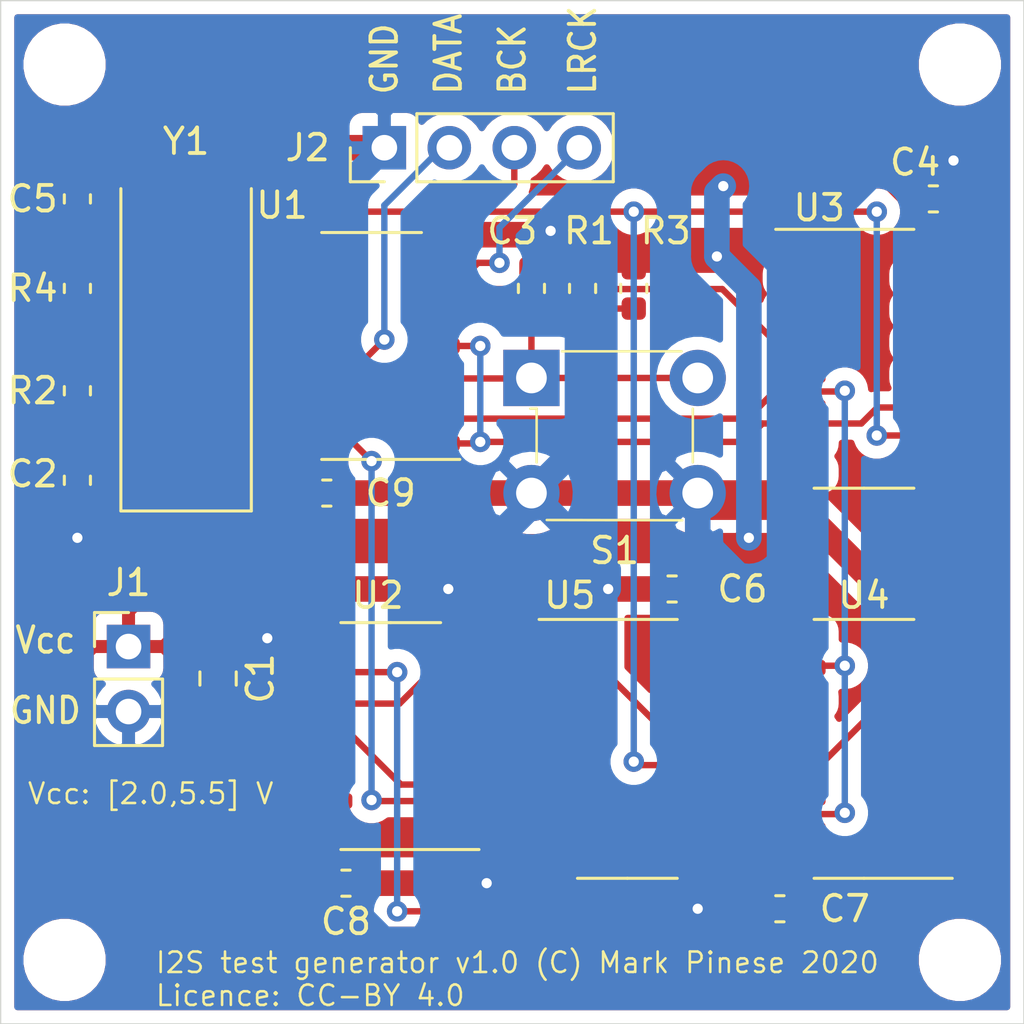
<source format=kicad_pcb>
(kicad_pcb (version 20171130) (host pcbnew "(5.1.6)-1")

  (general
    (thickness 1.6)
    (drawings 12)
    (tracks 251)
    (zones 0)
    (modules 26)
    (nets 46)
  )

  (page A4)
  (title_block
    (title "I2S test generator")
    (date 2020-09-18)
    (rev 1.0)
    (company "Mark Pinese")
    (comment 1 "(C) 2020")
    (comment 2 "Licenced for reuse under CC-BY 4.0")
  )

  (layers
    (0 F.Cu signal)
    (31 B.Cu signal)
    (32 B.Adhes user)
    (33 F.Adhes user)
    (34 B.Paste user)
    (35 F.Paste user)
    (36 B.SilkS user)
    (37 F.SilkS user)
    (38 B.Mask user)
    (39 F.Mask user)
    (40 Dwgs.User user)
    (41 Cmts.User user)
    (42 Eco1.User user)
    (43 Eco2.User user)
    (44 Edge.Cuts user)
    (45 Margin user)
    (46 B.CrtYd user)
    (47 F.CrtYd user)
    (48 B.Fab user)
    (49 F.Fab user hide)
  )

  (setup
    (last_trace_width 1)
    (user_trace_width 0.5)
    (user_trace_width 1)
    (trace_clearance 0.2)
    (zone_clearance 0.508)
    (zone_45_only yes)
    (trace_min 0.2)
    (via_size 0.8)
    (via_drill 0.4)
    (via_min_size 0.4)
    (via_min_drill 0.3)
    (uvia_size 0.3)
    (uvia_drill 0.1)
    (uvias_allowed no)
    (uvia_min_size 0.2)
    (uvia_min_drill 0.1)
    (edge_width 0.05)
    (segment_width 0.2)
    (pcb_text_width 0.3)
    (pcb_text_size 1.5 1.5)
    (mod_edge_width 0.12)
    (mod_text_size 1 1)
    (mod_text_width 0.15)
    (pad_size 1.524 1.524)
    (pad_drill 0.762)
    (pad_to_mask_clearance 0.05)
    (aux_axis_origin 0 0)
    (visible_elements 7FFFFFFF)
    (pcbplotparams
      (layerselection 0x010fc_ffffffff)
      (usegerberextensions false)
      (usegerberattributes true)
      (usegerberadvancedattributes true)
      (creategerberjobfile true)
      (excludeedgelayer true)
      (linewidth 0.100000)
      (plotframeref false)
      (viasonmask false)
      (mode 1)
      (useauxorigin false)
      (hpglpennumber 1)
      (hpglpenspeed 20)
      (hpglpendiameter 15.000000)
      (psnegative false)
      (psa4output false)
      (plotreference true)
      (plotvalue true)
      (plotinvisibletext false)
      (padsonsilk false)
      (subtractmaskfromsilk false)
      (outputformat 1)
      (mirror false)
      (drillshape 0)
      (scaleselection 1)
      (outputdirectory "fab/"))
  )

  (net 0 "")
  (net 1 GNDD)
  (net 2 +3V3)
  (net 3 "Net-(C2-Pad1)")
  (net 4 "Net-(C3-Pad1)")
  (net 5 /LRCK)
  (net 6 /BCK)
  (net 7 /DATA)
  (net 8 "Net-(U1-Pad13)")
  (net 9 /~Reset)
  (net 10 /Reset)
  (net 11 "Net-(U2-Pad12)")
  (net 12 "Net-(U2-Pad11)")
  (net 13 "Net-(U2-Pad10)")
  (net 14 "Net-(U2-Pad9)")
  (net 15 "Net-(U2-Pad3)")
  (net 16 "Net-(U2-Pad4)")
  (net 17 "Net-(U2-Pad1)")
  (net 18 "Net-(U3-Pad14)")
  (net 19 "Net-(U3-Pad13)")
  (net 20 "Net-(U3-Pad12)")
  (net 21 "Net-(U3-Pad9)")
  (net 22 "Net-(U3-Pad7)")
  (net 23 "Net-(U3-Pad6)")
  (net 24 "Net-(U3-Pad5)")
  (net 25 "Net-(U3-Pad3)")
  (net 26 "Net-(U3-Pad2)")
  (net 27 "Net-(U3-Pad1)")
  (net 28 "Net-(U4-Pad15)")
  (net 29 "Net-(U4-Pad9)")
  (net 30 "Net-(U4-Pad7)")
  (net 31 "Net-(U4-Pad6)")
  (net 32 "Net-(U4-Pad5)")
  (net 33 "Net-(U4-Pad4)")
  (net 34 "Net-(U4-Pad2)")
  (net 35 "Net-(U4-Pad1)")
  (net 36 "Net-(U5-Pad15)")
  (net 37 "Net-(U5-Pad9)")
  (net 38 "Net-(U5-Pad5)")
  (net 39 "Net-(U5-Pad3)")
  (net 40 "Net-(U5-Pad2)")
  (net 41 "Net-(U5-Pad1)")
  (net 42 "Net-(U3-Pad15)")
  (net 43 "Net-(C5-Pad1)")
  (net 44 "Net-(R2-Pad1)")
  (net 45 "Net-(U1-Pad5)")

  (net_class Default "This is the default net class."
    (clearance 0.2)
    (trace_width 0.25)
    (via_dia 0.8)
    (via_drill 0.4)
    (uvia_dia 0.3)
    (uvia_drill 0.1)
    (add_net +3V3)
    (add_net /BCK)
    (add_net /DATA)
    (add_net /LRCK)
    (add_net /Reset)
    (add_net /~Reset)
    (add_net GNDD)
    (add_net "Net-(C2-Pad1)")
    (add_net "Net-(C3-Pad1)")
    (add_net "Net-(C5-Pad1)")
    (add_net "Net-(R2-Pad1)")
    (add_net "Net-(U1-Pad13)")
    (add_net "Net-(U1-Pad5)")
    (add_net "Net-(U2-Pad1)")
    (add_net "Net-(U2-Pad10)")
    (add_net "Net-(U2-Pad11)")
    (add_net "Net-(U2-Pad12)")
    (add_net "Net-(U2-Pad3)")
    (add_net "Net-(U2-Pad4)")
    (add_net "Net-(U2-Pad9)")
    (add_net "Net-(U3-Pad1)")
    (add_net "Net-(U3-Pad12)")
    (add_net "Net-(U3-Pad13)")
    (add_net "Net-(U3-Pad14)")
    (add_net "Net-(U3-Pad15)")
    (add_net "Net-(U3-Pad2)")
    (add_net "Net-(U3-Pad3)")
    (add_net "Net-(U3-Pad5)")
    (add_net "Net-(U3-Pad6)")
    (add_net "Net-(U3-Pad7)")
    (add_net "Net-(U3-Pad9)")
    (add_net "Net-(U4-Pad1)")
    (add_net "Net-(U4-Pad15)")
    (add_net "Net-(U4-Pad2)")
    (add_net "Net-(U4-Pad4)")
    (add_net "Net-(U4-Pad5)")
    (add_net "Net-(U4-Pad6)")
    (add_net "Net-(U4-Pad7)")
    (add_net "Net-(U4-Pad9)")
    (add_net "Net-(U5-Pad1)")
    (add_net "Net-(U5-Pad15)")
    (add_net "Net-(U5-Pad2)")
    (add_net "Net-(U5-Pad3)")
    (add_net "Net-(U5-Pad5)")
    (add_net "Net-(U5-Pad9)")
  )

  (module MountingHole:MountingHole_2.2mm_M2 (layer F.Cu) (tedit 56D1B4CB) (tstamp 5F64D2D4)
    (at 167.5 117.5)
    (descr "Mounting Hole 2.2mm, no annular, M2")
    (tags "mounting hole 2.2mm no annular m2")
    (path /5F72B7B0)
    (attr virtual)
    (fp_text reference H4 (at 0 -3.2) (layer F.SilkS) hide
      (effects (font (size 1 1) (thickness 0.15)))
    )
    (fp_text value MountingHole (at 0 3.2) (layer F.Fab)
      (effects (font (size 1 1) (thickness 0.15)))
    )
    (fp_circle (center 0 0) (end 2.45 0) (layer F.CrtYd) (width 0.05))
    (fp_circle (center 0 0) (end 2.2 0) (layer Cmts.User) (width 0.15))
    (fp_text user %R (at 0.3 0) (layer F.Fab)
      (effects (font (size 1 1) (thickness 0.15)))
    )
    (pad 1 np_thru_hole circle (at 0 0) (size 2.2 2.2) (drill 2.2) (layers *.Cu *.Mask))
  )

  (module MountingHole:MountingHole_2.2mm_M2 (layer F.Cu) (tedit 56D1B4CB) (tstamp 5F64D2CC)
    (at 132.5 117.5)
    (descr "Mounting Hole 2.2mm, no annular, M2")
    (tags "mounting hole 2.2mm no annular m2")
    (path /5F72BA21)
    (attr virtual)
    (fp_text reference H3 (at 0 -3.2) (layer F.SilkS) hide
      (effects (font (size 1 1) (thickness 0.15)))
    )
    (fp_text value MountingHole (at 0 3.2) (layer F.Fab)
      (effects (font (size 1 1) (thickness 0.15)))
    )
    (fp_circle (center 0 0) (end 2.45 0) (layer F.CrtYd) (width 0.05))
    (fp_circle (center 0 0) (end 2.2 0) (layer Cmts.User) (width 0.15))
    (fp_text user %R (at 0.3 0) (layer F.Fab)
      (effects (font (size 1 1) (thickness 0.15)))
    )
    (pad 1 np_thru_hole circle (at 0 0) (size 2.2 2.2) (drill 2.2) (layers *.Cu *.Mask))
  )

  (module MountingHole:MountingHole_2.2mm_M2 (layer F.Cu) (tedit 56D1B4CB) (tstamp 5F64D2C4)
    (at 167.5 82.5)
    (descr "Mounting Hole 2.2mm, no annular, M2")
    (tags "mounting hole 2.2mm no annular m2")
    (path /5F72B5B5)
    (attr virtual)
    (fp_text reference H2 (at 0 -3.2) (layer F.SilkS) hide
      (effects (font (size 1 1) (thickness 0.15)))
    )
    (fp_text value MountingHole (at 0 3.2) (layer F.Fab)
      (effects (font (size 1 1) (thickness 0.15)))
    )
    (fp_circle (center 0 0) (end 2.45 0) (layer F.CrtYd) (width 0.05))
    (fp_circle (center 0 0) (end 2.2 0) (layer Cmts.User) (width 0.15))
    (fp_text user %R (at 0.3 0) (layer F.Fab)
      (effects (font (size 1 1) (thickness 0.15)))
    )
    (pad 1 np_thru_hole circle (at 0 0) (size 2.2 2.2) (drill 2.2) (layers *.Cu *.Mask))
  )

  (module MountingHole:MountingHole_2.2mm_M2 (layer F.Cu) (tedit 56D1B4CB) (tstamp 5F64D2BC)
    (at 132.5 82.5)
    (descr "Mounting Hole 2.2mm, no annular, M2")
    (tags "mounting hole 2.2mm no annular m2")
    (path /5F71D651)
    (attr virtual)
    (fp_text reference H1 (at 0 -3.2) (layer F.SilkS) hide
      (effects (font (size 1 1) (thickness 0.15)))
    )
    (fp_text value MountingHole (at 0 3.2) (layer F.Fab)
      (effects (font (size 1 1) (thickness 0.15)))
    )
    (fp_circle (center 0 0) (end 2.45 0) (layer F.CrtYd) (width 0.05))
    (fp_circle (center 0 0) (end 2.2 0) (layer Cmts.User) (width 0.15))
    (fp_text user %R (at 0.3 0) (layer F.Fab)
      (effects (font (size 1 1) (thickness 0.15)))
    )
    (pad 1 np_thru_hole circle (at 0 0) (size 2.2 2.2) (drill 2.2) (layers *.Cu *.Mask))
  )

  (module Package_SO:SOIC-14_3.9x8.7mm_P1.27mm (layer F.Cu) (tedit 5D9F72B1) (tstamp 5F6384DE)
    (at 144.5 93.5 180)
    (descr "SOIC, 14 Pin (JEDEC MS-012AB, https://www.analog.com/media/en/package-pcb-resources/package/pkg_pdf/soic_narrow-r/r_14.pdf), generated with kicad-footprint-generator ipc_gullwing_generator.py")
    (tags "SOIC SO")
    (path /5F67A1F1)
    (attr smd)
    (fp_text reference U1 (at 3.5 5.5) (layer F.SilkS)
      (effects (font (size 1 1) (thickness 0.15)))
    )
    (fp_text value 74ALVC14 (at 0 5.28) (layer F.Fab)
      (effects (font (size 1 1) (thickness 0.15)))
    )
    (fp_line (start 0 4.435) (end 1.95 4.435) (layer F.SilkS) (width 0.12))
    (fp_line (start 0 4.435) (end -1.95 4.435) (layer F.SilkS) (width 0.12))
    (fp_line (start 0 -4.435) (end 1.95 -4.435) (layer F.SilkS) (width 0.12))
    (fp_line (start 0 -4.435) (end -3.45 -4.435) (layer F.SilkS) (width 0.12))
    (fp_line (start -0.975 -4.325) (end 1.95 -4.325) (layer F.Fab) (width 0.1))
    (fp_line (start 1.95 -4.325) (end 1.95 4.325) (layer F.Fab) (width 0.1))
    (fp_line (start 1.95 4.325) (end -1.95 4.325) (layer F.Fab) (width 0.1))
    (fp_line (start -1.95 4.325) (end -1.95 -3.35) (layer F.Fab) (width 0.1))
    (fp_line (start -1.95 -3.35) (end -0.975 -4.325) (layer F.Fab) (width 0.1))
    (fp_line (start -3.7 -4.58) (end -3.7 4.58) (layer F.CrtYd) (width 0.05))
    (fp_line (start -3.7 4.58) (end 3.7 4.58) (layer F.CrtYd) (width 0.05))
    (fp_line (start 3.7 4.58) (end 3.7 -4.58) (layer F.CrtYd) (width 0.05))
    (fp_line (start 3.7 -4.58) (end -3.7 -4.58) (layer F.CrtYd) (width 0.05))
    (fp_text user %R (at 0 0) (layer F.Fab)
      (effects (font (size 0.98 0.98) (thickness 0.15)))
    )
    (pad 14 smd roundrect (at 2.475 -3.81 180) (size 1.95 0.6) (layers F.Cu F.Paste F.Mask) (roundrect_rratio 0.25)
      (net 2 +3V3))
    (pad 13 smd roundrect (at 2.475 -2.54 180) (size 1.95 0.6) (layers F.Cu F.Paste F.Mask) (roundrect_rratio 0.25)
      (net 8 "Net-(U1-Pad13)"))
    (pad 12 smd roundrect (at 2.475 -1.27 180) (size 1.95 0.6) (layers F.Cu F.Paste F.Mask) (roundrect_rratio 0.25)
      (net 7 /DATA))
    (pad 11 smd roundrect (at 2.475 0 180) (size 1.95 0.6) (layers F.Cu F.Paste F.Mask) (roundrect_rratio 0.25)
      (net 3 "Net-(C2-Pad1)"))
    (pad 10 smd roundrect (at 2.475 1.27 180) (size 1.95 0.6) (layers F.Cu F.Paste F.Mask) (roundrect_rratio 0.25)
      (net 44 "Net-(R2-Pad1)"))
    (pad 9 smd roundrect (at 2.475 2.54 180) (size 1.95 0.6) (layers F.Cu F.Paste F.Mask) (roundrect_rratio 0.25)
      (net 44 "Net-(R2-Pad1)"))
    (pad 8 smd roundrect (at 2.475 3.81 180) (size 1.95 0.6) (layers F.Cu F.Paste F.Mask) (roundrect_rratio 0.25)
      (net 6 /BCK))
    (pad 7 smd roundrect (at -2.475 3.81 180) (size 1.95 0.6) (layers F.Cu F.Paste F.Mask) (roundrect_rratio 0.25)
      (net 1 GNDD))
    (pad 6 smd roundrect (at -2.475 2.54 180) (size 1.95 0.6) (layers F.Cu F.Paste F.Mask) (roundrect_rratio 0.25)
      (net 5 /LRCK))
    (pad 5 smd roundrect (at -2.475 1.27 180) (size 1.95 0.6) (layers F.Cu F.Paste F.Mask) (roundrect_rratio 0.25)
      (net 45 "Net-(U1-Pad5)"))
    (pad 4 smd roundrect (at -2.475 0 180) (size 1.95 0.6) (layers F.Cu F.Paste F.Mask) (roundrect_rratio 0.25)
      (net 10 /Reset))
    (pad 3 smd roundrect (at -2.475 -1.27 180) (size 1.95 0.6) (layers F.Cu F.Paste F.Mask) (roundrect_rratio 0.25)
      (net 4 "Net-(C3-Pad1)"))
    (pad 2 smd roundrect (at -2.475 -2.54 180) (size 1.95 0.6) (layers F.Cu F.Paste F.Mask) (roundrect_rratio 0.25)
      (net 9 /~Reset))
    (pad 1 smd roundrect (at -2.475 -3.81 180) (size 1.95 0.6) (layers F.Cu F.Paste F.Mask) (roundrect_rratio 0.25)
      (net 10 /Reset))
    (model ${KISYS3DMOD}/Package_SO.3dshapes/SOIC-14_3.9x8.7mm_P1.27mm.wrl
      (at (xyz 0 0 0))
      (scale (xyz 1 1 1))
      (rotate (xyz 0 0 0))
    )
  )

  (module Package_SO:SOIC-16_3.9x9.9mm_P1.27mm (layer F.Cu) (tedit 5D9F72B1) (tstamp 5F638542)
    (at 163.75 109.25 180)
    (descr "SOIC, 16 Pin (JEDEC MS-012AC, https://www.analog.com/media/en/package-pcb-resources/package/pkg_pdf/soic_narrow-r/r_16.pdf), generated with kicad-footprint-generator ipc_gullwing_generator.py")
    (tags "SOIC SO")
    (path /5F62CF57)
    (attr smd)
    (fp_text reference U4 (at 0 6) (layer F.SilkS)
      (effects (font (size 1 1) (thickness 0.15)))
    )
    (fp_text value 74AHC595 (at 0 5.9) (layer F.Fab)
      (effects (font (size 1 1) (thickness 0.15)))
    )
    (fp_line (start 0 5.06) (end 1.95 5.06) (layer F.SilkS) (width 0.12))
    (fp_line (start 0 5.06) (end -1.95 5.06) (layer F.SilkS) (width 0.12))
    (fp_line (start 0 -5.06) (end 1.95 -5.06) (layer F.SilkS) (width 0.12))
    (fp_line (start 0 -5.06) (end -3.45 -5.06) (layer F.SilkS) (width 0.12))
    (fp_line (start -0.975 -4.95) (end 1.95 -4.95) (layer F.Fab) (width 0.1))
    (fp_line (start 1.95 -4.95) (end 1.95 4.95) (layer F.Fab) (width 0.1))
    (fp_line (start 1.95 4.95) (end -1.95 4.95) (layer F.Fab) (width 0.1))
    (fp_line (start -1.95 4.95) (end -1.95 -3.975) (layer F.Fab) (width 0.1))
    (fp_line (start -1.95 -3.975) (end -0.975 -4.95) (layer F.Fab) (width 0.1))
    (fp_line (start -3.7 -5.2) (end -3.7 5.2) (layer F.CrtYd) (width 0.05))
    (fp_line (start -3.7 5.2) (end 3.7 5.2) (layer F.CrtYd) (width 0.05))
    (fp_line (start 3.7 5.2) (end 3.7 -5.2) (layer F.CrtYd) (width 0.05))
    (fp_line (start 3.7 -5.2) (end -3.7 -5.2) (layer F.CrtYd) (width 0.05))
    (fp_text user %R (at 0 0) (layer F.Fab)
      (effects (font (size 0.98 0.98) (thickness 0.15)))
    )
    (pad 16 smd roundrect (at 2.475 -4.445 180) (size 1.95 0.6) (layers F.Cu F.Paste F.Mask) (roundrect_rratio 0.25)
      (net 2 +3V3))
    (pad 15 smd roundrect (at 2.475 -3.175 180) (size 1.95 0.6) (layers F.Cu F.Paste F.Mask) (roundrect_rratio 0.25)
      (net 28 "Net-(U4-Pad15)"))
    (pad 14 smd roundrect (at 2.475 -1.905 180) (size 1.95 0.6) (layers F.Cu F.Paste F.Mask) (roundrect_rratio 0.25)
      (net 12 "Net-(U2-Pad11)"))
    (pad 13 smd roundrect (at 2.475 -0.635 180) (size 1.95 0.6) (layers F.Cu F.Paste F.Mask) (roundrect_rratio 0.25)
      (net 1 GNDD))
    (pad 12 smd roundrect (at 2.475 0.635 180) (size 1.95 0.6) (layers F.Cu F.Paste F.Mask) (roundrect_rratio 0.25)
      (net 6 /BCK))
    (pad 11 smd roundrect (at 2.475 1.905 180) (size 1.95 0.6) (layers F.Cu F.Paste F.Mask) (roundrect_rratio 0.25)
      (net 6 /BCK))
    (pad 10 smd roundrect (at 2.475 3.175 180) (size 1.95 0.6) (layers F.Cu F.Paste F.Mask) (roundrect_rratio 0.25)
      (net 9 /~Reset))
    (pad 9 smd roundrect (at 2.475 4.445 180) (size 1.95 0.6) (layers F.Cu F.Paste F.Mask) (roundrect_rratio 0.25)
      (net 29 "Net-(U4-Pad9)"))
    (pad 8 smd roundrect (at -2.475 4.445 180) (size 1.95 0.6) (layers F.Cu F.Paste F.Mask) (roundrect_rratio 0.25)
      (net 1 GNDD))
    (pad 7 smd roundrect (at -2.475 3.175 180) (size 1.95 0.6) (layers F.Cu F.Paste F.Mask) (roundrect_rratio 0.25)
      (net 30 "Net-(U4-Pad7)"))
    (pad 6 smd roundrect (at -2.475 1.905 180) (size 1.95 0.6) (layers F.Cu F.Paste F.Mask) (roundrect_rratio 0.25)
      (net 31 "Net-(U4-Pad6)"))
    (pad 5 smd roundrect (at -2.475 0.635 180) (size 1.95 0.6) (layers F.Cu F.Paste F.Mask) (roundrect_rratio 0.25)
      (net 32 "Net-(U4-Pad5)"))
    (pad 4 smd roundrect (at -2.475 -0.635 180) (size 1.95 0.6) (layers F.Cu F.Paste F.Mask) (roundrect_rratio 0.25)
      (net 33 "Net-(U4-Pad4)"))
    (pad 3 smd roundrect (at -2.475 -1.905 180) (size 1.95 0.6) (layers F.Cu F.Paste F.Mask) (roundrect_rratio 0.25)
      (net 14 "Net-(U2-Pad9)"))
    (pad 2 smd roundrect (at -2.475 -3.175 180) (size 1.95 0.6) (layers F.Cu F.Paste F.Mask) (roundrect_rratio 0.25)
      (net 34 "Net-(U4-Pad2)"))
    (pad 1 smd roundrect (at -2.475 -4.445 180) (size 1.95 0.6) (layers F.Cu F.Paste F.Mask) (roundrect_rratio 0.25)
      (net 35 "Net-(U4-Pad1)"))
    (model ${KISYS3DMOD}/Package_SO.3dshapes/SOIC-16_3.9x9.9mm_P1.27mm.wrl
      (at (xyz 0 0 0))
      (scale (xyz 1 1 1))
      (rotate (xyz 0 0 0))
    )
  )

  (module Capacitor_SMD:C_0603_1608Metric (layer F.Cu) (tedit 5B301BBE) (tstamp 5F639696)
    (at 142.75 99.25)
    (descr "Capacitor SMD 0603 (1608 Metric), square (rectangular) end terminal, IPC_7351 nominal, (Body size source: http://www.tortai-tech.com/upload/download/2011102023233369053.pdf), generated with kicad-footprint-generator")
    (tags capacitor)
    (path /5F69CA22)
    (attr smd)
    (fp_text reference C9 (at 2.5 0) (layer F.SilkS)
      (effects (font (size 1 1) (thickness 0.15)))
    )
    (fp_text value 100n (at 0 1.43) (layer F.Fab)
      (effects (font (size 1 1) (thickness 0.15)))
    )
    (fp_line (start -0.8 0.4) (end -0.8 -0.4) (layer F.Fab) (width 0.1))
    (fp_line (start -0.8 -0.4) (end 0.8 -0.4) (layer F.Fab) (width 0.1))
    (fp_line (start 0.8 -0.4) (end 0.8 0.4) (layer F.Fab) (width 0.1))
    (fp_line (start 0.8 0.4) (end -0.8 0.4) (layer F.Fab) (width 0.1))
    (fp_line (start -0.162779 -0.51) (end 0.162779 -0.51) (layer F.SilkS) (width 0.12))
    (fp_line (start -0.162779 0.51) (end 0.162779 0.51) (layer F.SilkS) (width 0.12))
    (fp_line (start -1.48 0.73) (end -1.48 -0.73) (layer F.CrtYd) (width 0.05))
    (fp_line (start -1.48 -0.73) (end 1.48 -0.73) (layer F.CrtYd) (width 0.05))
    (fp_line (start 1.48 -0.73) (end 1.48 0.73) (layer F.CrtYd) (width 0.05))
    (fp_line (start 1.48 0.73) (end -1.48 0.73) (layer F.CrtYd) (width 0.05))
    (fp_text user %R (at 0 0) (layer F.Fab)
      (effects (font (size 0.4 0.4) (thickness 0.06)))
    )
    (pad 2 smd roundrect (at 0.7875 0) (size 0.875 0.95) (layers F.Cu F.Paste F.Mask) (roundrect_rratio 0.25)
      (net 1 GNDD))
    (pad 1 smd roundrect (at -0.7875 0) (size 0.875 0.95) (layers F.Cu F.Paste F.Mask) (roundrect_rratio 0.25)
      (net 2 +3V3))
    (model ${KISYS3DMOD}/Capacitor_SMD.3dshapes/C_0603_1608Metric.wrl
      (at (xyz 0 0 0))
      (scale (xyz 1 1 1))
      (rotate (xyz 0 0 0))
    )
  )

  (module Crystal:Crystal_SMD_HC49-SD (layer F.Cu) (tedit 5A1AD52C) (tstamp 5F63857A)
    (at 137.25 93.25 90)
    (descr "SMD Crystal HC-49-SD http://cdn-reichelt.de/documents/datenblatt/B400/xxx-HC49-SMD.pdf, 11.4x4.7mm^2 package")
    (tags "SMD SMT crystal")
    (path /5F7381F5)
    (attr smd)
    (fp_text reference Y1 (at 7.75 0 180) (layer F.SilkS)
      (effects (font (size 1 1) (thickness 0.15)))
    )
    (fp_text value Crystal (at 0 3.55 90) (layer F.Fab)
      (effects (font (size 1 1) (thickness 0.15)))
    )
    (fp_line (start -5.7 -2.35) (end -5.7 2.35) (layer F.Fab) (width 0.1))
    (fp_line (start -5.7 2.35) (end 5.7 2.35) (layer F.Fab) (width 0.1))
    (fp_line (start 5.7 2.35) (end 5.7 -2.35) (layer F.Fab) (width 0.1))
    (fp_line (start 5.7 -2.35) (end -5.7 -2.35) (layer F.Fab) (width 0.1))
    (fp_line (start -3.015 -2.115) (end 3.015 -2.115) (layer F.Fab) (width 0.1))
    (fp_line (start -3.015 2.115) (end 3.015 2.115) (layer F.Fab) (width 0.1))
    (fp_line (start 5.9 -2.55) (end -6.7 -2.55) (layer F.SilkS) (width 0.12))
    (fp_line (start -6.7 -2.55) (end -6.7 2.55) (layer F.SilkS) (width 0.12))
    (fp_line (start -6.7 2.55) (end 5.9 2.55) (layer F.SilkS) (width 0.12))
    (fp_line (start -6.8 -2.6) (end -6.8 2.6) (layer F.CrtYd) (width 0.05))
    (fp_line (start -6.8 2.6) (end 6.8 2.6) (layer F.CrtYd) (width 0.05))
    (fp_line (start 6.8 2.6) (end 6.8 -2.6) (layer F.CrtYd) (width 0.05))
    (fp_line (start 6.8 -2.6) (end -6.8 -2.6) (layer F.CrtYd) (width 0.05))
    (fp_arc (start 3.015 0) (end 3.015 -2.115) (angle 180) (layer F.Fab) (width 0.1))
    (fp_arc (start -3.015 0) (end -3.015 -2.115) (angle -180) (layer F.Fab) (width 0.1))
    (fp_text user %R (at 0 0 90) (layer F.Fab)
      (effects (font (size 1 1) (thickness 0.15)))
    )
    (pad 2 smd rect (at 4.25 0 90) (size 4.5 2) (layers F.Cu F.Paste F.Mask)
      (net 43 "Net-(C5-Pad1)"))
    (pad 1 smd rect (at -4.25 0 90) (size 4.5 2) (layers F.Cu F.Paste F.Mask)
      (net 3 "Net-(C2-Pad1)"))
    (model ${KISYS3DMOD}/Crystal.3dshapes/Crystal_SMD_HC49-SD.wrl
      (at (xyz 0 0 0))
      (scale (xyz 1 1 1))
      (rotate (xyz 0 0 0))
    )
  )

  (module Package_SO:SOIC-16_3.9x9.9mm_P1.27mm (layer F.Cu) (tedit 5D9F72B1) (tstamp 5F638564)
    (at 154.5 109.25)
    (descr "SOIC, 16 Pin (JEDEC MS-012AC, https://www.analog.com/media/en/package-pcb-resources/package/pkg_pdf/soic_narrow-r/r_16.pdf), generated with kicad-footprint-generator ipc_gullwing_generator.py")
    (tags "SOIC SO")
    (path /5F634650)
    (attr smd)
    (fp_text reference U5 (at -2.25 -6) (layer F.SilkS)
      (effects (font (size 1 1) (thickness 0.15)))
    )
    (fp_text value 74AHC595 (at 0 5.9) (layer F.Fab)
      (effects (font (size 1 1) (thickness 0.15)))
    )
    (fp_line (start 0 5.06) (end 1.95 5.06) (layer F.SilkS) (width 0.12))
    (fp_line (start 0 5.06) (end -1.95 5.06) (layer F.SilkS) (width 0.12))
    (fp_line (start 0 -5.06) (end 1.95 -5.06) (layer F.SilkS) (width 0.12))
    (fp_line (start 0 -5.06) (end -3.45 -5.06) (layer F.SilkS) (width 0.12))
    (fp_line (start -0.975 -4.95) (end 1.95 -4.95) (layer F.Fab) (width 0.1))
    (fp_line (start 1.95 -4.95) (end 1.95 4.95) (layer F.Fab) (width 0.1))
    (fp_line (start 1.95 4.95) (end -1.95 4.95) (layer F.Fab) (width 0.1))
    (fp_line (start -1.95 4.95) (end -1.95 -3.975) (layer F.Fab) (width 0.1))
    (fp_line (start -1.95 -3.975) (end -0.975 -4.95) (layer F.Fab) (width 0.1))
    (fp_line (start -3.7 -5.2) (end -3.7 5.2) (layer F.CrtYd) (width 0.05))
    (fp_line (start -3.7 5.2) (end 3.7 5.2) (layer F.CrtYd) (width 0.05))
    (fp_line (start 3.7 5.2) (end 3.7 -5.2) (layer F.CrtYd) (width 0.05))
    (fp_line (start 3.7 -5.2) (end -3.7 -5.2) (layer F.CrtYd) (width 0.05))
    (fp_text user %R (at 0 0) (layer F.Fab)
      (effects (font (size 0.98 0.98) (thickness 0.15)))
    )
    (pad 16 smd roundrect (at 2.475 -4.445) (size 1.95 0.6) (layers F.Cu F.Paste F.Mask) (roundrect_rratio 0.25)
      (net 2 +3V3))
    (pad 15 smd roundrect (at 2.475 -3.175) (size 1.95 0.6) (layers F.Cu F.Paste F.Mask) (roundrect_rratio 0.25)
      (net 36 "Net-(U5-Pad15)"))
    (pad 14 smd roundrect (at 2.475 -1.905) (size 1.95 0.6) (layers F.Cu F.Paste F.Mask) (roundrect_rratio 0.25)
      (net 29 "Net-(U4-Pad9)"))
    (pad 13 smd roundrect (at 2.475 -0.635) (size 1.95 0.6) (layers F.Cu F.Paste F.Mask) (roundrect_rratio 0.25)
      (net 1 GNDD))
    (pad 12 smd roundrect (at 2.475 0.635) (size 1.95 0.6) (layers F.Cu F.Paste F.Mask) (roundrect_rratio 0.25)
      (net 6 /BCK))
    (pad 11 smd roundrect (at 2.475 1.905) (size 1.95 0.6) (layers F.Cu F.Paste F.Mask) (roundrect_rratio 0.25)
      (net 6 /BCK))
    (pad 10 smd roundrect (at 2.475 3.175) (size 1.95 0.6) (layers F.Cu F.Paste F.Mask) (roundrect_rratio 0.25)
      (net 9 /~Reset))
    (pad 9 smd roundrect (at 2.475 4.445) (size 1.95 0.6) (layers F.Cu F.Paste F.Mask) (roundrect_rratio 0.25)
      (net 37 "Net-(U5-Pad9)"))
    (pad 8 smd roundrect (at -2.475 4.445) (size 1.95 0.6) (layers F.Cu F.Paste F.Mask) (roundrect_rratio 0.25)
      (net 1 GNDD))
    (pad 7 smd roundrect (at -2.475 3.175) (size 1.95 0.6) (layers F.Cu F.Paste F.Mask) (roundrect_rratio 0.25)
      (net 8 "Net-(U1-Pad13)"))
    (pad 6 smd roundrect (at -2.475 1.905) (size 1.95 0.6) (layers F.Cu F.Paste F.Mask) (roundrect_rratio 0.25)
      (net 17 "Net-(U2-Pad1)"))
    (pad 5 smd roundrect (at -2.475 0.635) (size 1.95 0.6) (layers F.Cu F.Paste F.Mask) (roundrect_rratio 0.25)
      (net 38 "Net-(U5-Pad5)"))
    (pad 4 smd roundrect (at -2.475 -0.635) (size 1.95 0.6) (layers F.Cu F.Paste F.Mask) (roundrect_rratio 0.25)
      (net 16 "Net-(U2-Pad4)"))
    (pad 3 smd roundrect (at -2.475 -1.905) (size 1.95 0.6) (layers F.Cu F.Paste F.Mask) (roundrect_rratio 0.25)
      (net 39 "Net-(U5-Pad3)"))
    (pad 2 smd roundrect (at -2.475 -3.175) (size 1.95 0.6) (layers F.Cu F.Paste F.Mask) (roundrect_rratio 0.25)
      (net 40 "Net-(U5-Pad2)"))
    (pad 1 smd roundrect (at -2.475 -4.445) (size 1.95 0.6) (layers F.Cu F.Paste F.Mask) (roundrect_rratio 0.25)
      (net 41 "Net-(U5-Pad1)"))
    (model ${KISYS3DMOD}/Package_SO.3dshapes/SOIC-16_3.9x9.9mm_P1.27mm.wrl
      (at (xyz 0 0 0))
      (scale (xyz 1 1 1))
      (rotate (xyz 0 0 0))
    )
  )

  (module Package_SO:SOIC-16_3.9x9.9mm_P1.27mm (layer F.Cu) (tedit 5D9F72B1) (tstamp 5F638520)
    (at 163.75 94)
    (descr "SOIC, 16 Pin (JEDEC MS-012AC, https://www.analog.com/media/en/package-pcb-resources/package/pkg_pdf/soic_narrow-r/r_16.pdf), generated with kicad-footprint-generator ipc_gullwing_generator.py")
    (tags "SOIC SO")
    (path /5F63DF71)
    (attr smd)
    (fp_text reference U3 (at -1.75 -5.9) (layer F.SilkS)
      (effects (font (size 1 1) (thickness 0.15)))
    )
    (fp_text value 74HC4020 (at 0 5.9) (layer F.Fab)
      (effects (font (size 1 1) (thickness 0.15)))
    )
    (fp_line (start 0 5.06) (end 1.95 5.06) (layer F.SilkS) (width 0.12))
    (fp_line (start 0 5.06) (end -1.95 5.06) (layer F.SilkS) (width 0.12))
    (fp_line (start 0 -5.06) (end 1.95 -5.06) (layer F.SilkS) (width 0.12))
    (fp_line (start 0 -5.06) (end -3.45 -5.06) (layer F.SilkS) (width 0.12))
    (fp_line (start -0.975 -4.95) (end 1.95 -4.95) (layer F.Fab) (width 0.1))
    (fp_line (start 1.95 -4.95) (end 1.95 4.95) (layer F.Fab) (width 0.1))
    (fp_line (start 1.95 4.95) (end -1.95 4.95) (layer F.Fab) (width 0.1))
    (fp_line (start -1.95 4.95) (end -1.95 -3.975) (layer F.Fab) (width 0.1))
    (fp_line (start -1.95 -3.975) (end -0.975 -4.95) (layer F.Fab) (width 0.1))
    (fp_line (start -3.7 -5.2) (end -3.7 5.2) (layer F.CrtYd) (width 0.05))
    (fp_line (start -3.7 5.2) (end 3.7 5.2) (layer F.CrtYd) (width 0.05))
    (fp_line (start 3.7 5.2) (end 3.7 -5.2) (layer F.CrtYd) (width 0.05))
    (fp_line (start 3.7 -5.2) (end -3.7 -5.2) (layer F.CrtYd) (width 0.05))
    (fp_text user %R (at 0 0) (layer F.Fab)
      (effects (font (size 0.98 0.98) (thickness 0.15)))
    )
    (pad 16 smd roundrect (at 2.475 -4.445) (size 1.95 0.6) (layers F.Cu F.Paste F.Mask) (roundrect_rratio 0.25)
      (net 2 +3V3))
    (pad 15 smd roundrect (at 2.475 -3.175) (size 1.95 0.6) (layers F.Cu F.Paste F.Mask) (roundrect_rratio 0.25)
      (net 42 "Net-(U3-Pad15)"))
    (pad 14 smd roundrect (at 2.475 -1.905) (size 1.95 0.6) (layers F.Cu F.Paste F.Mask) (roundrect_rratio 0.25)
      (net 18 "Net-(U3-Pad14)"))
    (pad 13 smd roundrect (at 2.475 -0.635) (size 1.95 0.6) (layers F.Cu F.Paste F.Mask) (roundrect_rratio 0.25)
      (net 19 "Net-(U3-Pad13)"))
    (pad 12 smd roundrect (at 2.475 0.635) (size 1.95 0.6) (layers F.Cu F.Paste F.Mask) (roundrect_rratio 0.25)
      (net 20 "Net-(U3-Pad12)"))
    (pad 11 smd roundrect (at 2.475 1.905) (size 1.95 0.6) (layers F.Cu F.Paste F.Mask) (roundrect_rratio 0.25)
      (net 10 /Reset))
    (pad 10 smd roundrect (at 2.475 3.175) (size 1.95 0.6) (layers F.Cu F.Paste F.Mask) (roundrect_rratio 0.25)
      (net 6 /BCK))
    (pad 9 smd roundrect (at 2.475 4.445) (size 1.95 0.6) (layers F.Cu F.Paste F.Mask) (roundrect_rratio 0.25)
      (net 21 "Net-(U3-Pad9)"))
    (pad 8 smd roundrect (at -2.475 4.445) (size 1.95 0.6) (layers F.Cu F.Paste F.Mask) (roundrect_rratio 0.25)
      (net 1 GNDD))
    (pad 7 smd roundrect (at -2.475 3.175) (size 1.95 0.6) (layers F.Cu F.Paste F.Mask) (roundrect_rratio 0.25)
      (net 22 "Net-(U3-Pad7)"))
    (pad 6 smd roundrect (at -2.475 1.905) (size 1.95 0.6) (layers F.Cu F.Paste F.Mask) (roundrect_rratio 0.25)
      (net 23 "Net-(U3-Pad6)"))
    (pad 5 smd roundrect (at -2.475 0.635) (size 1.95 0.6) (layers F.Cu F.Paste F.Mask) (roundrect_rratio 0.25)
      (net 24 "Net-(U3-Pad5)"))
    (pad 4 smd roundrect (at -2.475 -0.635) (size 1.95 0.6) (layers F.Cu F.Paste F.Mask) (roundrect_rratio 0.25)
      (net 45 "Net-(U1-Pad5)"))
    (pad 3 smd roundrect (at -2.475 -1.905) (size 1.95 0.6) (layers F.Cu F.Paste F.Mask) (roundrect_rratio 0.25)
      (net 25 "Net-(U3-Pad3)"))
    (pad 2 smd roundrect (at -2.475 -3.175) (size 1.95 0.6) (layers F.Cu F.Paste F.Mask) (roundrect_rratio 0.25)
      (net 26 "Net-(U3-Pad2)"))
    (pad 1 smd roundrect (at -2.475 -4.445) (size 1.95 0.6) (layers F.Cu F.Paste F.Mask) (roundrect_rratio 0.25)
      (net 27 "Net-(U3-Pad1)"))
    (model ${KISYS3DMOD}/Package_SO.3dshapes/SOIC-16_3.9x9.9mm_P1.27mm.wrl
      (at (xyz 0 0 0))
      (scale (xyz 1 1 1))
      (rotate (xyz 0 0 0))
    )
  )

  (module Package_SO:SOIC-14_3.9x8.7mm_P1.27mm (layer F.Cu) (tedit 5D9F72B1) (tstamp 5F6384FE)
    (at 145.25 108.75 180)
    (descr "SOIC, 14 Pin (JEDEC MS-012AB, https://www.analog.com/media/en/package-pcb-resources/package/pkg_pdf/soic_narrow-r/r_14.pdf), generated with kicad-footprint-generator ipc_gullwing_generator.py")
    (tags "SOIC SO")
    (path /5F65C0B3)
    (attr smd)
    (fp_text reference U2 (at 0.5 5.5) (layer F.SilkS)
      (effects (font (size 1 1) (thickness 0.15)))
    )
    (fp_text value 74AHC86 (at 0 5.28) (layer F.Fab)
      (effects (font (size 1 1) (thickness 0.15)))
    )
    (fp_line (start 0 4.435) (end 1.95 4.435) (layer F.SilkS) (width 0.12))
    (fp_line (start 0 4.435) (end -1.95 4.435) (layer F.SilkS) (width 0.12))
    (fp_line (start 0 -4.435) (end 1.95 -4.435) (layer F.SilkS) (width 0.12))
    (fp_line (start 0 -4.435) (end -3.45 -4.435) (layer F.SilkS) (width 0.12))
    (fp_line (start -0.975 -4.325) (end 1.95 -4.325) (layer F.Fab) (width 0.1))
    (fp_line (start 1.95 -4.325) (end 1.95 4.325) (layer F.Fab) (width 0.1))
    (fp_line (start 1.95 4.325) (end -1.95 4.325) (layer F.Fab) (width 0.1))
    (fp_line (start -1.95 4.325) (end -1.95 -3.35) (layer F.Fab) (width 0.1))
    (fp_line (start -1.95 -3.35) (end -0.975 -4.325) (layer F.Fab) (width 0.1))
    (fp_line (start -3.7 -4.58) (end -3.7 4.58) (layer F.CrtYd) (width 0.05))
    (fp_line (start -3.7 4.58) (end 3.7 4.58) (layer F.CrtYd) (width 0.05))
    (fp_line (start 3.7 4.58) (end 3.7 -4.58) (layer F.CrtYd) (width 0.05))
    (fp_line (start 3.7 -4.58) (end -3.7 -4.58) (layer F.CrtYd) (width 0.05))
    (fp_text user %R (at 0 0) (layer F.Fab)
      (effects (font (size 0.98 0.98) (thickness 0.15)))
    )
    (pad 14 smd roundrect (at 2.475 -3.81 180) (size 1.95 0.6) (layers F.Cu F.Paste F.Mask) (roundrect_rratio 0.25)
      (net 2 +3V3))
    (pad 13 smd roundrect (at 2.475 -2.54 180) (size 1.95 0.6) (layers F.Cu F.Paste F.Mask) (roundrect_rratio 0.25)
      (net 2 +3V3))
    (pad 12 smd roundrect (at 2.475 -1.27 180) (size 1.95 0.6) (layers F.Cu F.Paste F.Mask) (roundrect_rratio 0.25)
      (net 11 "Net-(U2-Pad12)"))
    (pad 11 smd roundrect (at 2.475 0 180) (size 1.95 0.6) (layers F.Cu F.Paste F.Mask) (roundrect_rratio 0.25)
      (net 12 "Net-(U2-Pad11)"))
    (pad 10 smd roundrect (at 2.475 1.27 180) (size 1.95 0.6) (layers F.Cu F.Paste F.Mask) (roundrect_rratio 0.25)
      (net 13 "Net-(U2-Pad10)"))
    (pad 9 smd roundrect (at 2.475 2.54 180) (size 1.95 0.6) (layers F.Cu F.Paste F.Mask) (roundrect_rratio 0.25)
      (net 14 "Net-(U2-Pad9)"))
    (pad 8 smd roundrect (at 2.475 3.81 180) (size 1.95 0.6) (layers F.Cu F.Paste F.Mask) (roundrect_rratio 0.25)
      (net 11 "Net-(U2-Pad12)"))
    (pad 7 smd roundrect (at -2.475 3.81 180) (size 1.95 0.6) (layers F.Cu F.Paste F.Mask) (roundrect_rratio 0.25)
      (net 1 GNDD))
    (pad 6 smd roundrect (at -2.475 2.54 180) (size 1.95 0.6) (layers F.Cu F.Paste F.Mask) (roundrect_rratio 0.25)
      (net 13 "Net-(U2-Pad10)"))
    (pad 5 smd roundrect (at -2.475 1.27 180) (size 1.95 0.6) (layers F.Cu F.Paste F.Mask) (roundrect_rratio 0.25)
      (net 15 "Net-(U2-Pad3)"))
    (pad 4 smd roundrect (at -2.475 0 180) (size 1.95 0.6) (layers F.Cu F.Paste F.Mask) (roundrect_rratio 0.25)
      (net 16 "Net-(U2-Pad4)"))
    (pad 3 smd roundrect (at -2.475 -1.27 180) (size 1.95 0.6) (layers F.Cu F.Paste F.Mask) (roundrect_rratio 0.25)
      (net 15 "Net-(U2-Pad3)"))
    (pad 2 smd roundrect (at -2.475 -2.54 180) (size 1.95 0.6) (layers F.Cu F.Paste F.Mask) (roundrect_rratio 0.25)
      (net 8 "Net-(U1-Pad13)"))
    (pad 1 smd roundrect (at -2.475 -3.81 180) (size 1.95 0.6) (layers F.Cu F.Paste F.Mask) (roundrect_rratio 0.25)
      (net 17 "Net-(U2-Pad1)"))
    (model ${KISYS3DMOD}/Package_SO.3dshapes/SOIC-14_3.9x8.7mm_P1.27mm.wrl
      (at (xyz 0 0 0))
      (scale (xyz 1 1 1))
      (rotate (xyz 0 0 0))
    )
  )

  (module project_footprints:Switch_Tactile_THT_6x6mm (layer F.Cu) (tedit 5AF34E1F) (tstamp 5F6384BE)
    (at 150.75 94.75)
    (descr http://www.te.com/commerce/DocumentDelivery/DDEController?Action=srchrtrv&DocNm=1825910&DocType=Customer+Drawing&DocLang=English)
    (path /5F7DA436)
    (fp_text reference S1 (at 3.25 6.75) (layer F.SilkS)
      (effects (font (size 1 1) (thickness 0.15)))
    )
    (fp_text value 1825910-6 (at 3.6322 7.0866) (layer F.Fab)
      (effects (font (size 1 1) (thickness 0.15)))
    )
    (fp_line (start 0.2032 1.2004) (end -0.0468 1.2004) (layer F.SilkS) (width 0.1))
    (fp_line (start 5.8928 5.5626) (end 0.6 5.5528) (layer F.SilkS) (width 0.1))
    (fp_line (start 6.3092 1.2048) (end 6.3092 3.3) (layer F.SilkS) (width 0.1))
    (fp_line (start 0.2032 1.1938) (end 0.2032 3.302) (layer F.SilkS) (width 0.1))
    (fp_line (start 1.2 -1.0414) (end 5.8674 -1.0414) (layer F.SilkS) (width 0.1))
    (fp_line (start -1.35 -1.35) (end -1.35 5.85) (layer F.CrtYd) (width 0.05))
    (fp_line (start 7.85 -1.35) (end -1.35 -1.35) (layer F.CrtYd) (width 0.05))
    (fp_line (start 7.85 5.85) (end -1.35 5.85) (layer F.CrtYd) (width 0.05))
    (fp_line (start 7.85 -1.35) (end 7.85 5.85) (layer F.CrtYd) (width 0.05))
    (fp_line (start 0.25 -1) (end 0.25 5.5) (layer F.Fab) (width 0.1))
    (fp_line (start 6.25 5.5) (end 0.25 5.5) (layer F.Fab) (width 0.1))
    (fp_line (start 6.25 -1) (end 6.25 5.5) (layer F.Fab) (width 0.1))
    (fp_line (start 0.25 -1) (end 6.25 -1) (layer F.Fab) (width 0.1))
    (fp_text user %R (at 3.3782 2.286) (layer F.Fab)
      (effects (font (size 1 1) (thickness 0.15)))
    )
    (pad 3 thru_hole circle (at 0 4.5) (size 2.2 2.2) (drill 1.2) (layers *.Cu *.Mask)
      (net 1 GNDD))
    (pad 4 thru_hole circle (at 6.5 4.5) (size 2.2 2.2) (drill 1.2) (layers *.Cu *.Mask)
      (net 1 GNDD))
    (pad 2 thru_hole circle (at 6.5 0) (size 2.2 2.2) (drill 1.2) (layers *.Cu *.Mask)
      (net 4 "Net-(C3-Pad1)"))
    (pad 1 thru_hole rect (at 0 0) (size 2.2 2.2) (drill 1.2) (layers *.Cu *.Mask)
      (net 4 "Net-(C3-Pad1)"))
  )

  (module Resistor_SMD:R_0603_1608Metric (layer F.Cu) (tedit 5B301BBD) (tstamp 5F6384A8)
    (at 133 91.25 270)
    (descr "Resistor SMD 0603 (1608 Metric), square (rectangular) end terminal, IPC_7351 nominal, (Body size source: http://www.tortai-tech.com/upload/download/2011102023233369053.pdf), generated with kicad-footprint-generator")
    (tags resistor)
    (path /5F741B62)
    (attr smd)
    (fp_text reference R4 (at 0 1.75 180) (layer F.SilkS)
      (effects (font (size 1 1) (thickness 0.15)))
    )
    (fp_text value 4.7k (at 0 1.43 90) (layer F.Fab)
      (effects (font (size 1 1) (thickness 0.15)))
    )
    (fp_line (start -0.8 0.4) (end -0.8 -0.4) (layer F.Fab) (width 0.1))
    (fp_line (start -0.8 -0.4) (end 0.8 -0.4) (layer F.Fab) (width 0.1))
    (fp_line (start 0.8 -0.4) (end 0.8 0.4) (layer F.Fab) (width 0.1))
    (fp_line (start 0.8 0.4) (end -0.8 0.4) (layer F.Fab) (width 0.1))
    (fp_line (start -0.162779 -0.51) (end 0.162779 -0.51) (layer F.SilkS) (width 0.12))
    (fp_line (start -0.162779 0.51) (end 0.162779 0.51) (layer F.SilkS) (width 0.12))
    (fp_line (start -1.48 0.73) (end -1.48 -0.73) (layer F.CrtYd) (width 0.05))
    (fp_line (start -1.48 -0.73) (end 1.48 -0.73) (layer F.CrtYd) (width 0.05))
    (fp_line (start 1.48 -0.73) (end 1.48 0.73) (layer F.CrtYd) (width 0.05))
    (fp_line (start 1.48 0.73) (end -1.48 0.73) (layer F.CrtYd) (width 0.05))
    (fp_text user %R (at 0 0 90) (layer F.Fab)
      (effects (font (size 0.4 0.4) (thickness 0.06)))
    )
    (pad 2 smd roundrect (at 0.7875 0 270) (size 0.875 0.95) (layers F.Cu F.Paste F.Mask) (roundrect_rratio 0.25)
      (net 44 "Net-(R2-Pad1)"))
    (pad 1 smd roundrect (at -0.7875 0 270) (size 0.875 0.95) (layers F.Cu F.Paste F.Mask) (roundrect_rratio 0.25)
      (net 43 "Net-(C5-Pad1)"))
    (model ${KISYS3DMOD}/Resistor_SMD.3dshapes/R_0603_1608Metric.wrl
      (at (xyz 0 0 0))
      (scale (xyz 1 1 1))
      (rotate (xyz 0 0 0))
    )
  )

  (module Resistor_SMD:R_0603_1608Metric (layer F.Cu) (tedit 5B301BBD) (tstamp 5F638497)
    (at 133 95.25 270)
    (descr "Resistor SMD 0603 (1608 Metric), square (rectangular) end terminal, IPC_7351 nominal, (Body size source: http://www.tortai-tech.com/upload/download/2011102023233369053.pdf), generated with kicad-footprint-generator")
    (tags resistor)
    (path /5F740437)
    (attr smd)
    (fp_text reference R2 (at 0 1.75 180) (layer F.SilkS)
      (effects (font (size 1 1) (thickness 0.15)))
    )
    (fp_text value 1M (at 0 1.43 90) (layer F.Fab)
      (effects (font (size 1 1) (thickness 0.15)))
    )
    (fp_line (start -0.8 0.4) (end -0.8 -0.4) (layer F.Fab) (width 0.1))
    (fp_line (start -0.8 -0.4) (end 0.8 -0.4) (layer F.Fab) (width 0.1))
    (fp_line (start 0.8 -0.4) (end 0.8 0.4) (layer F.Fab) (width 0.1))
    (fp_line (start 0.8 0.4) (end -0.8 0.4) (layer F.Fab) (width 0.1))
    (fp_line (start -0.162779 -0.51) (end 0.162779 -0.51) (layer F.SilkS) (width 0.12))
    (fp_line (start -0.162779 0.51) (end 0.162779 0.51) (layer F.SilkS) (width 0.12))
    (fp_line (start -1.48 0.73) (end -1.48 -0.73) (layer F.CrtYd) (width 0.05))
    (fp_line (start -1.48 -0.73) (end 1.48 -0.73) (layer F.CrtYd) (width 0.05))
    (fp_line (start 1.48 -0.73) (end 1.48 0.73) (layer F.CrtYd) (width 0.05))
    (fp_line (start 1.48 0.73) (end -1.48 0.73) (layer F.CrtYd) (width 0.05))
    (fp_text user %R (at 0 0 90) (layer F.Fab)
      (effects (font (size 0.4 0.4) (thickness 0.06)))
    )
    (pad 2 smd roundrect (at 0.7875 0 270) (size 0.875 0.95) (layers F.Cu F.Paste F.Mask) (roundrect_rratio 0.25)
      (net 3 "Net-(C2-Pad1)"))
    (pad 1 smd roundrect (at -0.7875 0 270) (size 0.875 0.95) (layers F.Cu F.Paste F.Mask) (roundrect_rratio 0.25)
      (net 44 "Net-(R2-Pad1)"))
    (model ${KISYS3DMOD}/Resistor_SMD.3dshapes/R_0603_1608Metric.wrl
      (at (xyz 0 0 0))
      (scale (xyz 1 1 1))
      (rotate (xyz 0 0 0))
    )
  )

  (module Resistor_SMD:R_0603_1608Metric (layer F.Cu) (tedit 5B301BBD) (tstamp 5F638486)
    (at 152.75 91.25 270)
    (descr "Resistor SMD 0603 (1608 Metric), square (rectangular) end terminal, IPC_7351 nominal, (Body size source: http://www.tortai-tech.com/upload/download/2011102023233369053.pdf), generated with kicad-footprint-generator")
    (tags resistor)
    (path /5F6B26BB)
    (attr smd)
    (fp_text reference R3 (at -2.25 -3.25 180) (layer F.SilkS)
      (effects (font (size 1 1) (thickness 0.15)))
    )
    (fp_text value 21k (at 0 1.43 90) (layer F.Fab)
      (effects (font (size 1 1) (thickness 0.15)))
    )
    (fp_line (start -0.8 0.4) (end -0.8 -0.4) (layer F.Fab) (width 0.1))
    (fp_line (start -0.8 -0.4) (end 0.8 -0.4) (layer F.Fab) (width 0.1))
    (fp_line (start 0.8 -0.4) (end 0.8 0.4) (layer F.Fab) (width 0.1))
    (fp_line (start 0.8 0.4) (end -0.8 0.4) (layer F.Fab) (width 0.1))
    (fp_line (start -0.162779 -0.51) (end 0.162779 -0.51) (layer F.SilkS) (width 0.12))
    (fp_line (start -0.162779 0.51) (end 0.162779 0.51) (layer F.SilkS) (width 0.12))
    (fp_line (start -1.48 0.73) (end -1.48 -0.73) (layer F.CrtYd) (width 0.05))
    (fp_line (start -1.48 -0.73) (end 1.48 -0.73) (layer F.CrtYd) (width 0.05))
    (fp_line (start 1.48 -0.73) (end 1.48 0.73) (layer F.CrtYd) (width 0.05))
    (fp_line (start 1.48 0.73) (end -1.48 0.73) (layer F.CrtYd) (width 0.05))
    (fp_text user %R (at 0 0 90) (layer F.Fab)
      (effects (font (size 0.4 0.4) (thickness 0.06)))
    )
    (pad 2 smd roundrect (at 0.7875 0 270) (size 0.875 0.95) (layers F.Cu F.Paste F.Mask) (roundrect_rratio 0.25)
      (net 4 "Net-(C3-Pad1)"))
    (pad 1 smd roundrect (at -0.7875 0 270) (size 0.875 0.95) (layers F.Cu F.Paste F.Mask) (roundrect_rratio 0.25)
      (net 1 GNDD))
    (model ${KISYS3DMOD}/Resistor_SMD.3dshapes/R_0603_1608Metric.wrl
      (at (xyz 0 0 0))
      (scale (xyz 1 1 1))
      (rotate (xyz 0 0 0))
    )
  )

  (module Resistor_SMD:R_0603_1608Metric (layer F.Cu) (tedit 5B301BBD) (tstamp 5F638475)
    (at 154.75 91.25 90)
    (descr "Resistor SMD 0603 (1608 Metric), square (rectangular) end terminal, IPC_7351 nominal, (Body size source: http://www.tortai-tech.com/upload/download/2011102023233369053.pdf), generated with kicad-footprint-generator")
    (tags resistor)
    (path /5F6A4F8A)
    (attr smd)
    (fp_text reference R1 (at 2.25 -1.75 180) (layer F.SilkS)
      (effects (font (size 1 1) (thickness 0.15)))
    )
    (fp_text value 14k (at 0 1.43 90) (layer F.Fab)
      (effects (font (size 1 1) (thickness 0.15)))
    )
    (fp_line (start -0.8 0.4) (end -0.8 -0.4) (layer F.Fab) (width 0.1))
    (fp_line (start -0.8 -0.4) (end 0.8 -0.4) (layer F.Fab) (width 0.1))
    (fp_line (start 0.8 -0.4) (end 0.8 0.4) (layer F.Fab) (width 0.1))
    (fp_line (start 0.8 0.4) (end -0.8 0.4) (layer F.Fab) (width 0.1))
    (fp_line (start -0.162779 -0.51) (end 0.162779 -0.51) (layer F.SilkS) (width 0.12))
    (fp_line (start -0.162779 0.51) (end 0.162779 0.51) (layer F.SilkS) (width 0.12))
    (fp_line (start -1.48 0.73) (end -1.48 -0.73) (layer F.CrtYd) (width 0.05))
    (fp_line (start -1.48 -0.73) (end 1.48 -0.73) (layer F.CrtYd) (width 0.05))
    (fp_line (start 1.48 -0.73) (end 1.48 0.73) (layer F.CrtYd) (width 0.05))
    (fp_line (start 1.48 0.73) (end -1.48 0.73) (layer F.CrtYd) (width 0.05))
    (fp_text user %R (at 0 0 90) (layer F.Fab)
      (effects (font (size 0.4 0.4) (thickness 0.06)))
    )
    (pad 2 smd roundrect (at 0.7875 0 90) (size 0.875 0.95) (layers F.Cu F.Paste F.Mask) (roundrect_rratio 0.25)
      (net 2 +3V3))
    (pad 1 smd roundrect (at -0.7875 0 90) (size 0.875 0.95) (layers F.Cu F.Paste F.Mask) (roundrect_rratio 0.25)
      (net 4 "Net-(C3-Pad1)"))
    (model ${KISYS3DMOD}/Resistor_SMD.3dshapes/R_0603_1608Metric.wrl
      (at (xyz 0 0 0))
      (scale (xyz 1 1 1))
      (rotate (xyz 0 0 0))
    )
  )

  (module Connector_PinHeader_2.54mm:PinHeader_1x04_P2.54mm_Vertical (layer F.Cu) (tedit 59FED5CC) (tstamp 5F638464)
    (at 145 85.75 90)
    (descr "Through hole straight pin header, 1x04, 2.54mm pitch, single row")
    (tags "Through hole pin header THT 1x04 2.54mm single row")
    (path /5F6327B2)
    (fp_text reference J2 (at 0 -3 180) (layer F.SilkS)
      (effects (font (size 1 1) (thickness 0.15)))
    )
    (fp_text value Conn_01x04_Male (at 0 9.95 90) (layer F.Fab)
      (effects (font (size 1 1) (thickness 0.15)))
    )
    (fp_line (start -0.635 -1.27) (end 1.27 -1.27) (layer F.Fab) (width 0.1))
    (fp_line (start 1.27 -1.27) (end 1.27 8.89) (layer F.Fab) (width 0.1))
    (fp_line (start 1.27 8.89) (end -1.27 8.89) (layer F.Fab) (width 0.1))
    (fp_line (start -1.27 8.89) (end -1.27 -0.635) (layer F.Fab) (width 0.1))
    (fp_line (start -1.27 -0.635) (end -0.635 -1.27) (layer F.Fab) (width 0.1))
    (fp_line (start -1.33 8.95) (end 1.33 8.95) (layer F.SilkS) (width 0.12))
    (fp_line (start -1.33 1.27) (end -1.33 8.95) (layer F.SilkS) (width 0.12))
    (fp_line (start 1.33 1.27) (end 1.33 8.95) (layer F.SilkS) (width 0.12))
    (fp_line (start -1.33 1.27) (end 1.33 1.27) (layer F.SilkS) (width 0.12))
    (fp_line (start -1.33 0) (end -1.33 -1.33) (layer F.SilkS) (width 0.12))
    (fp_line (start -1.33 -1.33) (end 0 -1.33) (layer F.SilkS) (width 0.12))
    (fp_line (start -1.8 -1.8) (end -1.8 9.4) (layer F.CrtYd) (width 0.05))
    (fp_line (start -1.8 9.4) (end 1.8 9.4) (layer F.CrtYd) (width 0.05))
    (fp_line (start 1.8 9.4) (end 1.8 -1.8) (layer F.CrtYd) (width 0.05))
    (fp_line (start 1.8 -1.8) (end -1.8 -1.8) (layer F.CrtYd) (width 0.05))
    (fp_text user %R (at 0 3.81) (layer F.Fab)
      (effects (font (size 1 1) (thickness 0.15)))
    )
    (pad 4 thru_hole oval (at 0 7.62 90) (size 1.7 1.7) (drill 1) (layers *.Cu *.Mask)
      (net 5 /LRCK))
    (pad 3 thru_hole oval (at 0 5.08 90) (size 1.7 1.7) (drill 1) (layers *.Cu *.Mask)
      (net 6 /BCK))
    (pad 2 thru_hole oval (at 0 2.54 90) (size 1.7 1.7) (drill 1) (layers *.Cu *.Mask)
      (net 7 /DATA))
    (pad 1 thru_hole rect (at 0 0 90) (size 1.7 1.7) (drill 1) (layers *.Cu *.Mask)
      (net 1 GNDD))
    (model ${KISYS3DMOD}/Connector_PinHeader_2.54mm.3dshapes/PinHeader_1x04_P2.54mm_Vertical.wrl
      (at (xyz 0 0 0))
      (scale (xyz 1 1 1))
      (rotate (xyz 0 0 0))
    )
  )

  (module Connector_PinHeader_2.54mm:PinHeader_1x02_P2.54mm_Vertical (layer F.Cu) (tedit 59FED5CC) (tstamp 5F63844C)
    (at 135 105.25)
    (descr "Through hole straight pin header, 1x02, 2.54mm pitch, single row")
    (tags "Through hole pin header THT 1x02 2.54mm single row")
    (path /5F63F4E8)
    (fp_text reference J1 (at 0 -2.5) (layer F.SilkS)
      (effects (font (size 1 1) (thickness 0.15)))
    )
    (fp_text value Conn_01x02_Male (at 0 4.87) (layer F.Fab)
      (effects (font (size 1 1) (thickness 0.15)))
    )
    (fp_line (start -0.635 -1.27) (end 1.27 -1.27) (layer F.Fab) (width 0.1))
    (fp_line (start 1.27 -1.27) (end 1.27 3.81) (layer F.Fab) (width 0.1))
    (fp_line (start 1.27 3.81) (end -1.27 3.81) (layer F.Fab) (width 0.1))
    (fp_line (start -1.27 3.81) (end -1.27 -0.635) (layer F.Fab) (width 0.1))
    (fp_line (start -1.27 -0.635) (end -0.635 -1.27) (layer F.Fab) (width 0.1))
    (fp_line (start -1.33 3.87) (end 1.33 3.87) (layer F.SilkS) (width 0.12))
    (fp_line (start -1.33 1.27) (end -1.33 3.87) (layer F.SilkS) (width 0.12))
    (fp_line (start 1.33 1.27) (end 1.33 3.87) (layer F.SilkS) (width 0.12))
    (fp_line (start -1.33 1.27) (end 1.33 1.27) (layer F.SilkS) (width 0.12))
    (fp_line (start -1.33 0) (end -1.33 -1.33) (layer F.SilkS) (width 0.12))
    (fp_line (start -1.33 -1.33) (end 0 -1.33) (layer F.SilkS) (width 0.12))
    (fp_line (start -1.8 -1.8) (end -1.8 4.35) (layer F.CrtYd) (width 0.05))
    (fp_line (start -1.8 4.35) (end 1.8 4.35) (layer F.CrtYd) (width 0.05))
    (fp_line (start 1.8 4.35) (end 1.8 -1.8) (layer F.CrtYd) (width 0.05))
    (fp_line (start 1.8 -1.8) (end -1.8 -1.8) (layer F.CrtYd) (width 0.05))
    (fp_text user %R (at 0 1.27 90) (layer F.Fab)
      (effects (font (size 1 1) (thickness 0.15)))
    )
    (pad 2 thru_hole oval (at 0 2.54) (size 1.7 1.7) (drill 1) (layers *.Cu *.Mask)
      (net 1 GNDD))
    (pad 1 thru_hole rect (at 0 0) (size 1.7 1.7) (drill 1) (layers *.Cu *.Mask)
      (net 2 +3V3))
    (model ${KISYS3DMOD}/Connector_PinHeader_2.54mm.3dshapes/PinHeader_1x02_P2.54mm_Vertical.wrl
      (at (xyz 0 0 0))
      (scale (xyz 1 1 1))
      (rotate (xyz 0 0 0))
    )
  )

  (module Capacitor_SMD:C_0603_1608Metric (layer F.Cu) (tedit 5B301BBE) (tstamp 5F638436)
    (at 143.5 114.5)
    (descr "Capacitor SMD 0603 (1608 Metric), square (rectangular) end terminal, IPC_7351 nominal, (Body size source: http://www.tortai-tech.com/upload/download/2011102023233369053.pdf), generated with kicad-footprint-generator")
    (tags capacitor)
    (path /5F75E8C7)
    (attr smd)
    (fp_text reference C8 (at 0 1.5) (layer F.SilkS)
      (effects (font (size 1 1) (thickness 0.15)))
    )
    (fp_text value 100n (at 0 1.43) (layer F.Fab)
      (effects (font (size 1 1) (thickness 0.15)))
    )
    (fp_line (start -0.8 0.4) (end -0.8 -0.4) (layer F.Fab) (width 0.1))
    (fp_line (start -0.8 -0.4) (end 0.8 -0.4) (layer F.Fab) (width 0.1))
    (fp_line (start 0.8 -0.4) (end 0.8 0.4) (layer F.Fab) (width 0.1))
    (fp_line (start 0.8 0.4) (end -0.8 0.4) (layer F.Fab) (width 0.1))
    (fp_line (start -0.162779 -0.51) (end 0.162779 -0.51) (layer F.SilkS) (width 0.12))
    (fp_line (start -0.162779 0.51) (end 0.162779 0.51) (layer F.SilkS) (width 0.12))
    (fp_line (start -1.48 0.73) (end -1.48 -0.73) (layer F.CrtYd) (width 0.05))
    (fp_line (start -1.48 -0.73) (end 1.48 -0.73) (layer F.CrtYd) (width 0.05))
    (fp_line (start 1.48 -0.73) (end 1.48 0.73) (layer F.CrtYd) (width 0.05))
    (fp_line (start 1.48 0.73) (end -1.48 0.73) (layer F.CrtYd) (width 0.05))
    (fp_text user %R (at 0 0) (layer F.Fab)
      (effects (font (size 0.4 0.4) (thickness 0.06)))
    )
    (pad 2 smd roundrect (at 0.7875 0) (size 0.875 0.95) (layers F.Cu F.Paste F.Mask) (roundrect_rratio 0.25)
      (net 1 GNDD))
    (pad 1 smd roundrect (at -0.7875 0) (size 0.875 0.95) (layers F.Cu F.Paste F.Mask) (roundrect_rratio 0.25)
      (net 2 +3V3))
    (model ${KISYS3DMOD}/Capacitor_SMD.3dshapes/C_0603_1608Metric.wrl
      (at (xyz 0 0 0))
      (scale (xyz 1 1 1))
      (rotate (xyz 0 0 0))
    )
  )

  (module Capacitor_SMD:C_0603_1608Metric (layer F.Cu) (tedit 5B301BBE) (tstamp 5F638425)
    (at 160.4625 115.5 180)
    (descr "Capacitor SMD 0603 (1608 Metric), square (rectangular) end terminal, IPC_7351 nominal, (Body size source: http://www.tortai-tech.com/upload/download/2011102023233369053.pdf), generated with kicad-footprint-generator")
    (tags capacitor)
    (path /5F75E43A)
    (attr smd)
    (fp_text reference C7 (at -2.5375 0) (layer F.SilkS)
      (effects (font (size 1 1) (thickness 0.15)))
    )
    (fp_text value 100n (at 0 1.43) (layer F.Fab)
      (effects (font (size 1 1) (thickness 0.15)))
    )
    (fp_line (start -0.8 0.4) (end -0.8 -0.4) (layer F.Fab) (width 0.1))
    (fp_line (start -0.8 -0.4) (end 0.8 -0.4) (layer F.Fab) (width 0.1))
    (fp_line (start 0.8 -0.4) (end 0.8 0.4) (layer F.Fab) (width 0.1))
    (fp_line (start 0.8 0.4) (end -0.8 0.4) (layer F.Fab) (width 0.1))
    (fp_line (start -0.162779 -0.51) (end 0.162779 -0.51) (layer F.SilkS) (width 0.12))
    (fp_line (start -0.162779 0.51) (end 0.162779 0.51) (layer F.SilkS) (width 0.12))
    (fp_line (start -1.48 0.73) (end -1.48 -0.73) (layer F.CrtYd) (width 0.05))
    (fp_line (start -1.48 -0.73) (end 1.48 -0.73) (layer F.CrtYd) (width 0.05))
    (fp_line (start 1.48 -0.73) (end 1.48 0.73) (layer F.CrtYd) (width 0.05))
    (fp_line (start 1.48 0.73) (end -1.48 0.73) (layer F.CrtYd) (width 0.05))
    (fp_text user %R (at 0 0) (layer F.Fab)
      (effects (font (size 0.4 0.4) (thickness 0.06)))
    )
    (pad 2 smd roundrect (at 0.7875 0 180) (size 0.875 0.95) (layers F.Cu F.Paste F.Mask) (roundrect_rratio 0.25)
      (net 1 GNDD))
    (pad 1 smd roundrect (at -0.7875 0 180) (size 0.875 0.95) (layers F.Cu F.Paste F.Mask) (roundrect_rratio 0.25)
      (net 2 +3V3))
    (model ${KISYS3DMOD}/Capacitor_SMD.3dshapes/C_0603_1608Metric.wrl
      (at (xyz 0 0 0))
      (scale (xyz 1 1 1))
      (rotate (xyz 0 0 0))
    )
  )

  (module Capacitor_SMD:C_0603_1608Metric (layer F.Cu) (tedit 5B301BBE) (tstamp 5F638414)
    (at 133 87.75 90)
    (descr "Capacitor SMD 0603 (1608 Metric), square (rectangular) end terminal, IPC_7351 nominal, (Body size source: http://www.tortai-tech.com/upload/download/2011102023233369053.pdf), generated with kicad-footprint-generator")
    (tags capacitor)
    (path /5F749FB7)
    (attr smd)
    (fp_text reference C5 (at 0 -1.75 180) (layer F.SilkS)
      (effects (font (size 1 1) (thickness 0.15)))
    )
    (fp_text value 27p (at 0 1.43 90) (layer F.Fab)
      (effects (font (size 1 1) (thickness 0.15)))
    )
    (fp_line (start -0.8 0.4) (end -0.8 -0.4) (layer F.Fab) (width 0.1))
    (fp_line (start -0.8 -0.4) (end 0.8 -0.4) (layer F.Fab) (width 0.1))
    (fp_line (start 0.8 -0.4) (end 0.8 0.4) (layer F.Fab) (width 0.1))
    (fp_line (start 0.8 0.4) (end -0.8 0.4) (layer F.Fab) (width 0.1))
    (fp_line (start -0.162779 -0.51) (end 0.162779 -0.51) (layer F.SilkS) (width 0.12))
    (fp_line (start -0.162779 0.51) (end 0.162779 0.51) (layer F.SilkS) (width 0.12))
    (fp_line (start -1.48 0.73) (end -1.48 -0.73) (layer F.CrtYd) (width 0.05))
    (fp_line (start -1.48 -0.73) (end 1.48 -0.73) (layer F.CrtYd) (width 0.05))
    (fp_line (start 1.48 -0.73) (end 1.48 0.73) (layer F.CrtYd) (width 0.05))
    (fp_line (start 1.48 0.73) (end -1.48 0.73) (layer F.CrtYd) (width 0.05))
    (fp_text user %R (at 0 0 90) (layer F.Fab)
      (effects (font (size 0.4 0.4) (thickness 0.06)))
    )
    (pad 2 smd roundrect (at 0.7875 0 90) (size 0.875 0.95) (layers F.Cu F.Paste F.Mask) (roundrect_rratio 0.25)
      (net 1 GNDD))
    (pad 1 smd roundrect (at -0.7875 0 90) (size 0.875 0.95) (layers F.Cu F.Paste F.Mask) (roundrect_rratio 0.25)
      (net 43 "Net-(C5-Pad1)"))
    (model ${KISYS3DMOD}/Capacitor_SMD.3dshapes/C_0603_1608Metric.wrl
      (at (xyz 0 0 0))
      (scale (xyz 1 1 1))
      (rotate (xyz 0 0 0))
    )
  )

  (module Capacitor_SMD:C_0603_1608Metric (layer F.Cu) (tedit 5B301BBE) (tstamp 5F638403)
    (at 156.25 103 180)
    (descr "Capacitor SMD 0603 (1608 Metric), square (rectangular) end terminal, IPC_7351 nominal, (Body size source: http://www.tortai-tech.com/upload/download/2011102023233369053.pdf), generated with kicad-footprint-generator")
    (tags capacitor)
    (path /5F75C813)
    (attr smd)
    (fp_text reference C6 (at -2.75 0) (layer F.SilkS)
      (effects (font (size 1 1) (thickness 0.15)))
    )
    (fp_text value 100n (at 0 1.43) (layer F.Fab)
      (effects (font (size 1 1) (thickness 0.15)))
    )
    (fp_line (start -0.8 0.4) (end -0.8 -0.4) (layer F.Fab) (width 0.1))
    (fp_line (start -0.8 -0.4) (end 0.8 -0.4) (layer F.Fab) (width 0.1))
    (fp_line (start 0.8 -0.4) (end 0.8 0.4) (layer F.Fab) (width 0.1))
    (fp_line (start 0.8 0.4) (end -0.8 0.4) (layer F.Fab) (width 0.1))
    (fp_line (start -0.162779 -0.51) (end 0.162779 -0.51) (layer F.SilkS) (width 0.12))
    (fp_line (start -0.162779 0.51) (end 0.162779 0.51) (layer F.SilkS) (width 0.12))
    (fp_line (start -1.48 0.73) (end -1.48 -0.73) (layer F.CrtYd) (width 0.05))
    (fp_line (start -1.48 -0.73) (end 1.48 -0.73) (layer F.CrtYd) (width 0.05))
    (fp_line (start 1.48 -0.73) (end 1.48 0.73) (layer F.CrtYd) (width 0.05))
    (fp_line (start 1.48 0.73) (end -1.48 0.73) (layer F.CrtYd) (width 0.05))
    (fp_text user %R (at 0 0) (layer F.Fab)
      (effects (font (size 0.4 0.4) (thickness 0.06)))
    )
    (pad 2 smd roundrect (at 0.7875 0 180) (size 0.875 0.95) (layers F.Cu F.Paste F.Mask) (roundrect_rratio 0.25)
      (net 1 GNDD))
    (pad 1 smd roundrect (at -0.7875 0 180) (size 0.875 0.95) (layers F.Cu F.Paste F.Mask) (roundrect_rratio 0.25)
      (net 2 +3V3))
    (model ${KISYS3DMOD}/Capacitor_SMD.3dshapes/C_0603_1608Metric.wrl
      (at (xyz 0 0 0))
      (scale (xyz 1 1 1))
      (rotate (xyz 0 0 0))
    )
  )

  (module Capacitor_SMD:C_0603_1608Metric (layer F.Cu) (tedit 5B301BBE) (tstamp 5F6383F2)
    (at 166.4625 87.75)
    (descr "Capacitor SMD 0603 (1608 Metric), square (rectangular) end terminal, IPC_7351 nominal, (Body size source: http://www.tortai-tech.com/upload/download/2011102023233369053.pdf), generated with kicad-footprint-generator")
    (tags capacitor)
    (path /5F75BF68)
    (attr smd)
    (fp_text reference C4 (at -0.7125 -1.43) (layer F.SilkS)
      (effects (font (size 1 1) (thickness 0.15)))
    )
    (fp_text value 100n (at 0 1.43) (layer F.Fab)
      (effects (font (size 1 1) (thickness 0.15)))
    )
    (fp_line (start -0.8 0.4) (end -0.8 -0.4) (layer F.Fab) (width 0.1))
    (fp_line (start -0.8 -0.4) (end 0.8 -0.4) (layer F.Fab) (width 0.1))
    (fp_line (start 0.8 -0.4) (end 0.8 0.4) (layer F.Fab) (width 0.1))
    (fp_line (start 0.8 0.4) (end -0.8 0.4) (layer F.Fab) (width 0.1))
    (fp_line (start -0.162779 -0.51) (end 0.162779 -0.51) (layer F.SilkS) (width 0.12))
    (fp_line (start -0.162779 0.51) (end 0.162779 0.51) (layer F.SilkS) (width 0.12))
    (fp_line (start -1.48 0.73) (end -1.48 -0.73) (layer F.CrtYd) (width 0.05))
    (fp_line (start -1.48 -0.73) (end 1.48 -0.73) (layer F.CrtYd) (width 0.05))
    (fp_line (start 1.48 -0.73) (end 1.48 0.73) (layer F.CrtYd) (width 0.05))
    (fp_line (start 1.48 0.73) (end -1.48 0.73) (layer F.CrtYd) (width 0.05))
    (fp_text user %R (at 0 0) (layer F.Fab)
      (effects (font (size 0.4 0.4) (thickness 0.06)))
    )
    (pad 2 smd roundrect (at 0.7875 0) (size 0.875 0.95) (layers F.Cu F.Paste F.Mask) (roundrect_rratio 0.25)
      (net 1 GNDD))
    (pad 1 smd roundrect (at -0.7875 0) (size 0.875 0.95) (layers F.Cu F.Paste F.Mask) (roundrect_rratio 0.25)
      (net 2 +3V3))
    (model ${KISYS3DMOD}/Capacitor_SMD.3dshapes/C_0603_1608Metric.wrl
      (at (xyz 0 0 0))
      (scale (xyz 1 1 1))
      (rotate (xyz 0 0 0))
    )
  )

  (module Capacitor_SMD:C_0603_1608Metric (layer F.Cu) (tedit 5B301BBE) (tstamp 5F6383E1)
    (at 133 98.75 270)
    (descr "Capacitor SMD 0603 (1608 Metric), square (rectangular) end terminal, IPC_7351 nominal, (Body size source: http://www.tortai-tech.com/upload/download/2011102023233369053.pdf), generated with kicad-footprint-generator")
    (tags capacitor)
    (path /5F7495D0)
    (attr smd)
    (fp_text reference C2 (at -0.25 1.75 180) (layer F.SilkS)
      (effects (font (size 1 1) (thickness 0.15)))
    )
    (fp_text value 27p (at 0 1.43 90) (layer F.Fab)
      (effects (font (size 1 1) (thickness 0.15)))
    )
    (fp_line (start -0.8 0.4) (end -0.8 -0.4) (layer F.Fab) (width 0.1))
    (fp_line (start -0.8 -0.4) (end 0.8 -0.4) (layer F.Fab) (width 0.1))
    (fp_line (start 0.8 -0.4) (end 0.8 0.4) (layer F.Fab) (width 0.1))
    (fp_line (start 0.8 0.4) (end -0.8 0.4) (layer F.Fab) (width 0.1))
    (fp_line (start -0.162779 -0.51) (end 0.162779 -0.51) (layer F.SilkS) (width 0.12))
    (fp_line (start -0.162779 0.51) (end 0.162779 0.51) (layer F.SilkS) (width 0.12))
    (fp_line (start -1.48 0.73) (end -1.48 -0.73) (layer F.CrtYd) (width 0.05))
    (fp_line (start -1.48 -0.73) (end 1.48 -0.73) (layer F.CrtYd) (width 0.05))
    (fp_line (start 1.48 -0.73) (end 1.48 0.73) (layer F.CrtYd) (width 0.05))
    (fp_line (start 1.48 0.73) (end -1.48 0.73) (layer F.CrtYd) (width 0.05))
    (fp_text user %R (at 0 0 90) (layer F.Fab)
      (effects (font (size 0.4 0.4) (thickness 0.06)))
    )
    (pad 2 smd roundrect (at 0.7875 0 270) (size 0.875 0.95) (layers F.Cu F.Paste F.Mask) (roundrect_rratio 0.25)
      (net 1 GNDD))
    (pad 1 smd roundrect (at -0.7875 0 270) (size 0.875 0.95) (layers F.Cu F.Paste F.Mask) (roundrect_rratio 0.25)
      (net 3 "Net-(C2-Pad1)"))
    (model ${KISYS3DMOD}/Capacitor_SMD.3dshapes/C_0603_1608Metric.wrl
      (at (xyz 0 0 0))
      (scale (xyz 1 1 1))
      (rotate (xyz 0 0 0))
    )
  )

  (module Capacitor_SMD:C_0603_1608Metric (layer F.Cu) (tedit 5B301BBE) (tstamp 5F6383D0)
    (at 150.75 91.25 90)
    (descr "Capacitor SMD 0603 (1608 Metric), square (rectangular) end terminal, IPC_7351 nominal, (Body size source: http://www.tortai-tech.com/upload/download/2011102023233369053.pdf), generated with kicad-footprint-generator")
    (tags capacitor)
    (path /5F6A4C2E)
    (attr smd)
    (fp_text reference C3 (at 2.25 -0.75 180) (layer F.SilkS)
      (effects (font (size 1 1) (thickness 0.15)))
    )
    (fp_text value 470n (at 0 1.43 90) (layer F.Fab)
      (effects (font (size 1 1) (thickness 0.15)))
    )
    (fp_line (start -0.8 0.4) (end -0.8 -0.4) (layer F.Fab) (width 0.1))
    (fp_line (start -0.8 -0.4) (end 0.8 -0.4) (layer F.Fab) (width 0.1))
    (fp_line (start 0.8 -0.4) (end 0.8 0.4) (layer F.Fab) (width 0.1))
    (fp_line (start 0.8 0.4) (end -0.8 0.4) (layer F.Fab) (width 0.1))
    (fp_line (start -0.162779 -0.51) (end 0.162779 -0.51) (layer F.SilkS) (width 0.12))
    (fp_line (start -0.162779 0.51) (end 0.162779 0.51) (layer F.SilkS) (width 0.12))
    (fp_line (start -1.48 0.73) (end -1.48 -0.73) (layer F.CrtYd) (width 0.05))
    (fp_line (start -1.48 -0.73) (end 1.48 -0.73) (layer F.CrtYd) (width 0.05))
    (fp_line (start 1.48 -0.73) (end 1.48 0.73) (layer F.CrtYd) (width 0.05))
    (fp_line (start 1.48 0.73) (end -1.48 0.73) (layer F.CrtYd) (width 0.05))
    (fp_text user %R (at 0 0 90) (layer F.Fab)
      (effects (font (size 0.4 0.4) (thickness 0.06)))
    )
    (pad 2 smd roundrect (at 0.7875 0 90) (size 0.875 0.95) (layers F.Cu F.Paste F.Mask) (roundrect_rratio 0.25)
      (net 1 GNDD))
    (pad 1 smd roundrect (at -0.7875 0 90) (size 0.875 0.95) (layers F.Cu F.Paste F.Mask) (roundrect_rratio 0.25)
      (net 4 "Net-(C3-Pad1)"))
    (model ${KISYS3DMOD}/Capacitor_SMD.3dshapes/C_0603_1608Metric.wrl
      (at (xyz 0 0 0))
      (scale (xyz 1 1 1))
      (rotate (xyz 0 0 0))
    )
  )

  (module Capacitor_SMD:C_0805_2012Metric (layer F.Cu) (tedit 5B36C52B) (tstamp 5F6383BF)
    (at 138.5 106.5 270)
    (descr "Capacitor SMD 0805 (2012 Metric), square (rectangular) end terminal, IPC_7351 nominal, (Body size source: https://docs.google.com/spreadsheets/d/1BsfQQcO9C6DZCsRaXUlFlo91Tg2WpOkGARC1WS5S8t0/edit?usp=sharing), generated with kicad-footprint-generator")
    (tags capacitor)
    (path /5F75F447)
    (attr smd)
    (fp_text reference C1 (at 0 -1.65 90) (layer F.SilkS)
      (effects (font (size 1 1) (thickness 0.15)))
    )
    (fp_text value 10u (at 0 1.65 90) (layer F.Fab)
      (effects (font (size 1 1) (thickness 0.15)))
    )
    (fp_line (start -1 0.6) (end -1 -0.6) (layer F.Fab) (width 0.1))
    (fp_line (start -1 -0.6) (end 1 -0.6) (layer F.Fab) (width 0.1))
    (fp_line (start 1 -0.6) (end 1 0.6) (layer F.Fab) (width 0.1))
    (fp_line (start 1 0.6) (end -1 0.6) (layer F.Fab) (width 0.1))
    (fp_line (start -0.258578 -0.71) (end 0.258578 -0.71) (layer F.SilkS) (width 0.12))
    (fp_line (start -0.258578 0.71) (end 0.258578 0.71) (layer F.SilkS) (width 0.12))
    (fp_line (start -1.68 0.95) (end -1.68 -0.95) (layer F.CrtYd) (width 0.05))
    (fp_line (start -1.68 -0.95) (end 1.68 -0.95) (layer F.CrtYd) (width 0.05))
    (fp_line (start 1.68 -0.95) (end 1.68 0.95) (layer F.CrtYd) (width 0.05))
    (fp_line (start 1.68 0.95) (end -1.68 0.95) (layer F.CrtYd) (width 0.05))
    (fp_text user %R (at 0 0 90) (layer F.Fab)
      (effects (font (size 0.5 0.5) (thickness 0.08)))
    )
    (pad 2 smd roundrect (at 0.9375 0 270) (size 0.975 1.4) (layers F.Cu F.Paste F.Mask) (roundrect_rratio 0.25)
      (net 1 GNDD))
    (pad 1 smd roundrect (at -0.9375 0 270) (size 0.975 1.4) (layers F.Cu F.Paste F.Mask) (roundrect_rratio 0.25)
      (net 2 +3V3))
    (model ${KISYS3DMOD}/Capacitor_SMD.3dshapes/C_0805_2012Metric.wrl
      (at (xyz 0 0 0))
      (scale (xyz 1 1 1))
      (rotate (xyz 0 0 0))
    )
  )

  (gr_text "Vcc: [2.0,5.5] V" (at 131 111) (layer F.SilkS) (tstamp 5F64E19C)
    (effects (font (size 0.8 0.8) (thickness 0.1)) (justify left))
  )
  (gr_text "I2S test generator v1.0 (C) Mark Pinese 2020\nLicence: CC-BY 4.0" (at 136 118.25) (layer F.SilkS)
    (effects (font (size 0.8 0.8) (thickness 0.1)) (justify left))
  )
  (gr_text GND (at 131.75 107.75) (layer F.SilkS) (tstamp 5F64CB50)
    (effects (font (size 1 0.9) (thickness 0.15)))
  )
  (gr_text Vcc (at 131.75 105) (layer F.SilkS)
    (effects (font (size 1 0.9) (thickness 0.15)))
  )
  (gr_text GND (at 145 83.75 90) (layer F.SilkS)
    (effects (font (size 1 0.9) (thickness 0.15)) (justify left))
  )
  (gr_text LRCK (at 152.75 83.75 90) (layer F.SilkS)
    (effects (font (size 1 0.9) (thickness 0.15)) (justify left))
  )
  (gr_text BCK (at 150 83.75 90) (layer F.SilkS)
    (effects (font (size 1 0.9) (thickness 0.15)) (justify left))
  )
  (gr_text DATA (at 147.5 83.75 90) (layer F.SilkS)
    (effects (font (size 1 0.9) (thickness 0.15)) (justify left))
  )
  (gr_line (start 130 120) (end 130 80) (layer Edge.Cuts) (width 0.05) (tstamp 5F64A895))
  (gr_line (start 170 120) (end 130 120) (layer Edge.Cuts) (width 0.05))
  (gr_line (start 170 80) (end 170 120) (layer Edge.Cuts) (width 0.05))
  (gr_line (start 130 80) (end 170 80) (layer Edge.Cuts) (width 0.05))

  (segment (start 143.5375 99.25) (end 150.75 99.25) (width 1) (layer F.Cu) (net 1))
  (segment (start 150.75 99.25) (end 157.25 99.25) (width 1) (layer F.Cu) (net 1))
  (segment (start 160.47 99.25) (end 161.275 98.445) (width 1) (layer F.Cu) (net 1))
  (segment (start 157.25 99.25) (end 160.47 99.25) (width 1) (layer F.Cu) (net 1))
  (via (at 153.75 103) (size 0.8) (drill 0.4) (layers F.Cu B.Cu) (net 1))
  (segment (start 155.4625 103) (end 153.75 103) (width 1) (layer F.Cu) (net 1))
  (segment (start 153.75 102.25) (end 150.75 99.25) (width 1) (layer B.Cu) (net 1))
  (segment (start 153.75 103) (end 153.75 102.25) (width 1) (layer B.Cu) (net 1))
  (segment (start 149.665 103) (end 147.725 104.94) (width 1) (layer F.Cu) (net 1))
  (segment (start 153.75 103) (end 149.665 103) (width 1) (layer F.Cu) (net 1))
  (segment (start 142.34718 103) (end 147.5 103) (width 1) (layer F.Cu) (net 1))
  (via (at 147.5 103) (size 0.8) (drill 0.4) (layers F.Cu B.Cu) (net 1))
  (segment (start 150.75 99.25) (end 150.75 99.75) (width 1) (layer B.Cu) (net 1))
  (segment (start 150.75 99.75) (end 147.5 103) (width 1) (layer B.Cu) (net 1))
  (segment (start 140.42359 104.92359) (end 142.34718 103) (width 1) (layer F.Cu) (net 1) (tstamp 5F649882))
  (via (at 140.42359 104.92359) (size 0.8) (drill 0.4) (layers F.Cu B.Cu) (net 1))
  (via (at 133 101) (size 0.8) (drill 0.4) (layers F.Cu B.Cu) (net 1))
  (segment (start 133 101) (end 133 99.5375) (width 1) (layer F.Cu) (net 1))
  (segment (start 151.40002 114.5) (end 152.025 113.87502) (width 1) (layer F.Cu) (net 1))
  (segment (start 153.75 106.365) (end 153.75 103) (width 0.25) (layer F.Cu) (net 1))
  (segment (start 156 108.615) (end 153.75 106.365) (width 0.25) (layer F.Cu) (net 1))
  (segment (start 156.975 108.615) (end 156 108.615) (width 0.25) (layer F.Cu) (net 1))
  (segment (start 165.848232 104.805) (end 166.225 104.805) (width 0.25) (layer F.Cu) (net 1))
  (segment (start 164.92499 105.728242) (end 165.848232 104.805) (width 0.25) (layer F.Cu) (net 1))
  (segment (start 164.92499 106.998242) (end 164.92499 105.728242) (width 0.25) (layer F.Cu) (net 1))
  (segment (start 162.038232 109.885) (end 164.92499 106.998242) (width 0.25) (layer F.Cu) (net 1))
  (segment (start 161.275 109.885) (end 162.038232 109.885) (width 0.25) (layer F.Cu) (net 1))
  (via (at 149 114.5) (size 0.8) (drill 0.4) (layers F.Cu B.Cu) (net 1))
  (segment (start 148.5 114.5) (end 151.40002 114.5) (width 1) (layer F.Cu) (net 1))
  (segment (start 148.5 114.5) (end 149 114.5) (width 1) (layer F.Cu) (net 1))
  (segment (start 144.2875 114.5) (end 148.5 114.5) (width 1) (layer F.Cu) (net 1))
  (via (at 157.25 115.5) (size 0.8) (drill 0.4) (layers F.Cu B.Cu) (net 1))
  (segment (start 149 114.5) (end 156.25 114.5) (width 1) (layer B.Cu) (net 1))
  (segment (start 156.25 114.5) (end 157.25 115.5) (width 1) (layer B.Cu) (net 1))
  (segment (start 157.25 115.5) (end 159.6125 115.5) (width 1) (layer F.Cu) (net 1))
  (segment (start 140.42359 112.151592) (end 140.42359 104.92359) (width 1) (layer B.Cu) (net 1))
  (segment (start 144.971999 116.700001) (end 140.42359 112.151592) (width 1) (layer B.Cu) (net 1))
  (segment (start 146.799999 116.700001) (end 144.971999 116.700001) (width 1) (layer B.Cu) (net 1))
  (segment (start 149 114.5) (end 146.799999 116.700001) (width 1) (layer B.Cu) (net 1))
  (segment (start 150.75 99.25) (end 152.550001 97.449999) (width 1) (layer B.Cu) (net 1))
  (via (at 151.5 89) (size 0.8) (drill 0.4) (layers F.Cu B.Cu) (net 1))
  (segment (start 152.550001 90.050001) (end 151.5 89) (width 1) (layer B.Cu) (net 1))
  (segment (start 152.550001 97.449999) (end 152.550001 90.050001) (width 1) (layer B.Cu) (net 1))
  (segment (start 151.42499 89.07501) (end 151.5 89.07501) (width 1) (layer F.Cu) (net 1))
  (segment (start 151.350001 89.149999) (end 151.42499 89.07501) (width 1) (layer F.Cu) (net 1))
  (segment (start 146.975 89.69) (end 147.515001 89.149999) (width 1) (layer F.Cu) (net 1))
  (segment (start 147.515001 89.149999) (end 151.350001 89.149999) (width 1) (layer F.Cu) (net 1))
  (segment (start 150.75 89.75) (end 151.5 89) (width 0.25) (layer F.Cu) (net 1))
  (segment (start 150.75 90.4625) (end 150.75 89.75) (width 0.25) (layer F.Cu) (net 1))
  (segment (start 152.75 90.25) (end 151.5 89) (width 0.25) (layer F.Cu) (net 1))
  (segment (start 152.75 90.4625) (end 152.75 90.25) (width 0.25) (layer F.Cu) (net 1))
  (via (at 167.25 86.25) (size 0.8) (drill 0.4) (layers F.Cu B.Cu) (net 1))
  (segment (start 157.25 100.871998) (end 160.45001 104.072008) (width 1) (layer B.Cu) (net 1))
  (segment (start 157.25 99.25) (end 157.25 100.871998) (width 1) (layer B.Cu) (net 1))
  (segment (start 164.621998 86.25) (end 167.25 86.25) (width 1) (layer B.Cu) (net 1))
  (segment (start 160.45001 104.072008) (end 160.45001 90.421988) (width 1) (layer B.Cu) (net 1))
  (segment (start 160.45001 90.421988) (end 164.621998 86.25) (width 1) (layer B.Cu) (net 1))
  (segment (start 167.25 86.25) (end 167.25 87.75) (width 1) (layer F.Cu) (net 1))
  (segment (start 157.799991 99.799991) (end 157.25 99.25) (width 1) (layer F.Cu) (net 1))
  (segment (start 161.219991 99.799991) (end 157.799991 99.799991) (width 1) (layer F.Cu) (net 1))
  (segment (start 166.225 104.805) (end 161.219991 99.799991) (width 1) (layer F.Cu) (net 1))
  (segment (start 140.42359 90.32641) (end 145 85.75) (width 1) (layer B.Cu) (net 1))
  (segment (start 140.42359 104.92359) (end 140.42359 90.32641) (width 1) (layer B.Cu) (net 1))
  (segment (start 134.2125 85.75) (end 145 85.75) (width 1) (layer F.Cu) (net 1))
  (segment (start 133 86.9625) (end 134.2125 85.75) (width 1) (layer F.Cu) (net 1))
  (segment (start 140.42359 106.21391) (end 140.42359 104.92359) (width 1) (layer F.Cu) (net 1))
  (segment (start 139.2 107.4375) (end 140.42359 106.21391) (width 1) (layer F.Cu) (net 1))
  (segment (start 138.5 107.4375) (end 139.2 107.4375) (width 1) (layer F.Cu) (net 1))
  (segment (start 136.5 101) (end 140.42359 104.92359) (width 1) (layer B.Cu) (net 1))
  (segment (start 133 101) (end 136.5 101) (width 1) (layer B.Cu) (net 1))
  (segment (start 142.775 111.29) (end 142.775 112.56) (width 0.25) (layer F.Cu) (net 2))
  (segment (start 161.275 115.475) (end 161.25 115.5) (width 0.5) (layer F.Cu) (net 2))
  (segment (start 165.675 89.005) (end 166.225 89.555) (width 0.5) (layer F.Cu) (net 2))
  (segment (start 165.675 87.75) (end 165.675 89.005) (width 0.5) (layer F.Cu) (net 2))
  (segment (start 141.9625 97.3725) (end 142.025 97.31) (width 1) (layer F.Cu) (net 2))
  (segment (start 141.9625 99.25) (end 141.9625 97.3725) (width 1) (layer F.Cu) (net 2))
  (segment (start 157.0375 102.525) (end 157.0375 103) (width 1) (layer F.Cu) (net 2))
  (segment (start 155.86875 101.35625) (end 157.0375 102.525) (width 1) (layer F.Cu) (net 2))
  (segment (start 139.85625 101.35625) (end 141.9625 99.25) (width 1) (layer F.Cu) (net 2))
  (segment (start 139.85625 101.35625) (end 155.86875 101.35625) (width 1) (layer F.Cu) (net 2))
  (segment (start 157.0375 104.7425) (end 156.975 104.805) (width 1) (layer F.Cu) (net 2))
  (segment (start 157.0375 103) (end 157.0375 104.7425) (width 1) (layer F.Cu) (net 2))
  (segment (start 161.25 115.5) (end 161.25 114) (width 1) (layer F.Cu) (net 2))
  (segment (start 142.7125 114.975) (end 142.7125 114.5) (width 1) (layer F.Cu) (net 2))
  (segment (start 144.437501 116.700001) (end 142.7125 114.975) (width 1) (layer F.Cu) (net 2))
  (segment (start 160.249325 116.700001) (end 144.437501 116.700001) (width 1) (layer F.Cu) (net 2))
  (segment (start 160.81251 116.136816) (end 160.249325 116.700001) (width 1) (layer F.Cu) (net 2))
  (segment (start 160.81251 115.68749) (end 160.81251 116.136816) (width 1) (layer F.Cu) (net 2))
  (segment (start 161 115.5) (end 160.81251 115.68749) (width 1) (layer F.Cu) (net 2))
  (segment (start 161.25 115.5) (end 161 115.5) (width 1) (layer F.Cu) (net 2))
  (segment (start 142.7125 112.6225) (end 142.775 112.56) (width 1) (layer F.Cu) (net 2))
  (segment (start 142.7125 114.5) (end 142.7125 112.6225) (width 1) (layer F.Cu) (net 2))
  (via (at 159.25 101) (size 0.8) (drill 0.4) (layers F.Cu B.Cu) (net 2))
  (segment (start 155.86875 101.35625) (end 158.89375 101.35625) (width 1) (layer F.Cu) (net 2))
  (segment (start 158.89375 101.35625) (end 159.25 101) (width 1) (layer F.Cu) (net 2))
  (via (at 158 90) (size 0.8) (drill 0.4) (layers F.Cu B.Cu) (net 2))
  (segment (start 159.25 101) (end 159.25 91.25) (width 1) (layer B.Cu) (net 2))
  (segment (start 159.25 91.25) (end 158 90) (width 1) (layer B.Cu) (net 2))
  (segment (start 158 90) (end 158 87.5) (width 1) (layer B.Cu) (net 2))
  (via (at 158.25 87.25) (size 0.8) (drill 0.4) (layers F.Cu B.Cu) (net 2))
  (segment (start 158 87.5) (end 158.25 87.25) (width 1) (layer B.Cu) (net 2))
  (segment (start 164.775001 86.850001) (end 165.675 87.75) (width 1) (layer F.Cu) (net 2))
  (segment (start 158.649999 86.850001) (end 164.775001 86.850001) (width 1) (layer F.Cu) (net 2))
  (segment (start 158.25 87.25) (end 158.649999 86.850001) (width 1) (layer F.Cu) (net 2))
  (segment (start 157.5375 90.4625) (end 158 90) (width 0.25) (layer F.Cu) (net 2))
  (segment (start 154.75 90.4625) (end 157.5375 90.4625) (width 0.25) (layer F.Cu) (net 2))
  (segment (start 138.5 102.7125) (end 139.85625 101.35625) (width 1) (layer F.Cu) (net 2))
  (segment (start 138.5 105.5625) (end 138.5 102.7125) (width 1) (layer F.Cu) (net 2))
  (segment (start 135.7875 96.0375) (end 137.25 97.5) (width 0.25) (layer F.Cu) (net 3))
  (segment (start 133 96.0375) (end 135.7875 96.0375) (width 0.25) (layer F.Cu) (net 3))
  (segment (start 141.25 93.5) (end 137.25 97.5) (width 0.25) (layer F.Cu) (net 3))
  (segment (start 142.025 93.5) (end 141.25 93.5) (width 0.25) (layer F.Cu) (net 3))
  (segment (start 136.7875 97.9625) (end 137.25 97.5) (width 0.25) (layer F.Cu) (net 3))
  (segment (start 133 97.9625) (end 136.7875 97.9625) (width 0.25) (layer F.Cu) (net 3))
  (segment (start 150.73 94.77) (end 150.75 94.75) (width 0.25) (layer F.Cu) (net 4))
  (segment (start 146.975 94.77) (end 150.73 94.77) (width 0.25) (layer F.Cu) (net 4))
  (segment (start 150.75 94.75) (end 157.25 94.75) (width 0.25) (layer F.Cu) (net 4))
  (segment (start 154.75 92.0375) (end 152.75 92.0375) (width 0.25) (layer F.Cu) (net 4))
  (segment (start 152.75 92.0375) (end 150.75 92.0375) (width 0.25) (layer F.Cu) (net 4))
  (segment (start 150.75 92.0375) (end 150.75 94.75) (width 0.25) (layer F.Cu) (net 4))
  (via (at 149.5 90.25) (size 0.8) (drill 0.4) (layers F.Cu B.Cu) (net 5))
  (segment (start 148.66 90.25) (end 149.5 90.25) (width 0.25) (layer F.Cu) (net 5))
  (segment (start 146.975 90.96) (end 147.95 90.96) (width 0.25) (layer F.Cu) (net 5))
  (segment (start 147.95 90.96) (end 148.66 90.25) (width 0.25) (layer F.Cu) (net 5))
  (segment (start 149.5 88.87) (end 152.62 85.75) (width 0.25) (layer B.Cu) (net 5))
  (segment (start 149.5 90.25) (end 149.5 88.87) (width 0.25) (layer B.Cu) (net 5))
  (segment (start 142.025 89.69) (end 142.025 89.225) (width 0.25) (layer F.Cu) (net 6))
  (segment (start 142.025 89.225) (end 143 88.25) (width 0.25) (layer F.Cu) (net 6))
  (via (at 164.25 88.25) (size 0.8) (drill 0.4) (layers F.Cu B.Cu) (net 6))
  (via (at 164.25 97) (size 0.8) (drill 0.4) (layers F.Cu B.Cu) (net 6))
  (segment (start 164.25 88.25) (end 164.25 97) (width 0.25) (layer B.Cu) (net 6))
  (segment (start 166.05 97) (end 166.225 97.175) (width 0.25) (layer F.Cu) (net 6))
  (segment (start 164.25 97) (end 166.05 97) (width 0.25) (layer F.Cu) (net 6))
  (segment (start 156.975 111.155) (end 156.975 109.885) (width 0.25) (layer F.Cu) (net 6))
  (segment (start 161.275 107.345) (end 161.275 108.615) (width 0.25) (layer F.Cu) (net 6))
  (segment (start 159.22 108.615) (end 161.275 108.615) (width 0.25) (layer F.Cu) (net 6))
  (segment (start 157.95 109.885) (end 159.22 108.615) (width 0.25) (layer F.Cu) (net 6))
  (segment (start 156.975 109.885) (end 157.95 109.885) (width 0.25) (layer F.Cu) (net 6))
  (via (at 154.75 109.75) (size 0.8) (drill 0.4) (layers F.Cu B.Cu) (net 6))
  (segment (start 156.975 109.885) (end 154.885 109.885) (width 0.25) (layer F.Cu) (net 6))
  (segment (start 154.885 109.885) (end 154.75 109.75) (width 0.25) (layer F.Cu) (net 6))
  (segment (start 154.75 109.75) (end 154.75 88.25) (width 0.25) (layer B.Cu) (net 6))
  (via (at 154.75 88.25) (size 0.8) (drill 0.4) (layers F.Cu B.Cu) (net 6))
  (segment (start 154.75 88.25) (end 164.25 88.25) (width 0.25) (layer F.Cu) (net 6))
  (segment (start 150.08 87.17) (end 149 88.25) (width 0.25) (layer F.Cu) (net 6))
  (segment (start 150.08 85.75) (end 150.08 87.17) (width 0.25) (layer F.Cu) (net 6))
  (segment (start 143 88.25) (end 149 88.25) (width 0.25) (layer F.Cu) (net 6))
  (segment (start 149 88.25) (end 154.75 88.25) (width 0.25) (layer F.Cu) (net 6))
  (via (at 145 93.25) (size 0.8) (drill 0.4) (layers F.Cu B.Cu) (net 7))
  (segment (start 142.025 94.77) (end 143.48 94.77) (width 0.25) (layer F.Cu) (net 7))
  (segment (start 143.48 94.77) (end 145 93.25) (width 0.25) (layer F.Cu) (net 7))
  (segment (start 145 93.25) (end 145 88) (width 0.25) (layer B.Cu) (net 7))
  (segment (start 147.25 85.75) (end 147.54 85.75) (width 0.25) (layer B.Cu) (net 7))
  (segment (start 145 88) (end 147.25 85.75) (width 0.25) (layer B.Cu) (net 7))
  (segment (start 149.915 111.29) (end 147.725 111.29) (width 0.25) (layer F.Cu) (net 8))
  (segment (start 151.05 112.425) (end 149.915 111.29) (width 0.25) (layer F.Cu) (net 8))
  (segment (start 152.025 112.425) (end 151.05 112.425) (width 0.25) (layer F.Cu) (net 8))
  (via (at 144.5 111.25) (size 0.8) (drill 0.4) (layers F.Cu B.Cu) (net 8))
  (segment (start 147.725 111.29) (end 144.54 111.29) (width 0.25) (layer F.Cu) (net 8))
  (segment (start 144.54 111.29) (end 144.5 111.25) (width 0.25) (layer F.Cu) (net 8))
  (segment (start 144.5 111.25) (end 144.5 98) (width 0.25) (layer B.Cu) (net 8))
  (via (at 144.5 98) (size 0.8) (drill 0.4) (layers F.Cu B.Cu) (net 8))
  (segment (start 142.54 96.04) (end 144.5 98) (width 0.25) (layer F.Cu) (net 8))
  (segment (start 142.025 96.04) (end 142.54 96.04) (width 0.25) (layer F.Cu) (net 8))
  (via (at 163 111.75) (size 0.8) (drill 0.4) (layers F.Cu B.Cu) (net 9))
  (segment (start 162.95001 111.79999) (end 163 111.75) (width 0.25) (layer F.Cu) (net 9))
  (via (at 163 106) (size 0.8) (drill 0.4) (layers F.Cu B.Cu) (net 9))
  (segment (start 163 111.75) (end 163 106) (width 0.25) (layer B.Cu) (net 9))
  (segment (start 161.35 106) (end 161.275 106.075) (width 0.25) (layer F.Cu) (net 9))
  (segment (start 163 106) (end 161.35 106) (width 0.25) (layer F.Cu) (net 9))
  (segment (start 159.42498 112.425) (end 160.04999 111.79999) (width 0.25) (layer F.Cu) (net 9))
  (segment (start 156.975 112.425) (end 159.42498 112.425) (width 0.25) (layer F.Cu) (net 9))
  (segment (start 160.04999 111.79999) (end 162.95001 111.79999) (width 0.25) (layer F.Cu) (net 9))
  (via (at 163 95.25) (size 0.8) (drill 0.4) (layers F.Cu B.Cu) (net 9))
  (segment (start 147.275 96.34) (end 159.193232 96.34) (width 0.25) (layer F.Cu) (net 9))
  (segment (start 160.253242 95.27999) (end 162.97001 95.27999) (width 0.25) (layer F.Cu) (net 9))
  (segment (start 159.193232 96.34) (end 160.253242 95.27999) (width 0.25) (layer F.Cu) (net 9))
  (segment (start 146.975 96.04) (end 147.275 96.34) (width 0.25) (layer F.Cu) (net 9))
  (segment (start 162.97001 95.27999) (end 163 95.25) (width 0.25) (layer F.Cu) (net 9))
  (segment (start 163 95.25) (end 163 99.25) (width 0.25) (layer B.Cu) (net 9))
  (segment (start 163 99.25) (end 163 106) (width 0.25) (layer B.Cu) (net 9))
  (segment (start 146.975 97.31) (end 148.69 97.31) (width 0.25) (layer F.Cu) (net 10))
  (via (at 148.75 97.25) (size 0.8) (drill 0.4) (layers F.Cu B.Cu) (net 10))
  (segment (start 148.69 97.31) (end 148.75 97.25) (width 0.25) (layer F.Cu) (net 10))
  (via (at 148.75 93.5) (size 0.8) (drill 0.4) (layers F.Cu B.Cu) (net 10))
  (segment (start 148.75 97.25) (end 148.75 93.5) (width 0.25) (layer B.Cu) (net 10))
  (segment (start 148.75 93.5) (end 146.975 93.5) (width 0.25) (layer F.Cu) (net 10))
  (segment (start 164.271998 95.905) (end 166.225 95.905) (width 0.25) (layer F.Cu) (net 10))
  (segment (start 163.646988 96.53001) (end 164.271998 95.905) (width 0.25) (layer F.Cu) (net 10))
  (segment (start 159.78001 96.53001) (end 163.646988 96.53001) (width 0.25) (layer F.Cu) (net 10))
  (segment (start 159.06002 97.25) (end 159.78001 96.53001) (width 0.25) (layer F.Cu) (net 10))
  (segment (start 148.75 97.25) (end 159.06002 97.25) (width 0.25) (layer F.Cu) (net 10))
  (segment (start 141.8 110.02) (end 142.775 110.02) (width 0.25) (layer F.Cu) (net 11))
  (segment (start 141.47499 109.69499) (end 141.8 110.02) (width 0.25) (layer F.Cu) (net 11))
  (segment (start 141.47499 105.26501) (end 141.47499 109.69499) (width 0.25) (layer F.Cu) (net 11))
  (segment (start 141.8 104.94) (end 141.47499 105.26501) (width 0.25) (layer F.Cu) (net 11))
  (segment (start 142.775 104.94) (end 141.8 104.94) (width 0.25) (layer F.Cu) (net 11))
  (segment (start 145.64501 110.64501) (end 143.75 108.75) (width 0.25) (layer F.Cu) (net 12))
  (segment (start 143.75 108.75) (end 142.775 108.75) (width 0.25) (layer F.Cu) (net 12))
  (segment (start 153.046758 110.52999) (end 148.861778 110.52999) (width 0.25) (layer F.Cu) (net 12))
  (segment (start 154.296778 111.78001) (end 153.046758 110.52999) (width 0.25) (layer F.Cu) (net 12))
  (segment (start 157.996758 111.78001) (end 154.296778 111.78001) (width 0.25) (layer F.Cu) (net 12))
  (segment (start 158.621768 111.155) (end 157.996758 111.78001) (width 0.25) (layer F.Cu) (net 12))
  (segment (start 148.746758 110.64501) (end 145.64501 110.64501) (width 0.25) (layer F.Cu) (net 12))
  (segment (start 148.861778 110.52999) (end 148.746758 110.64501) (width 0.25) (layer F.Cu) (net 12))
  (segment (start 161.275 111.155) (end 158.621768 111.155) (width 0.25) (layer F.Cu) (net 12))
  (segment (start 146.863002 106.21) (end 147.725 106.21) (width 0.25) (layer F.Cu) (net 13))
  (segment (start 145.593002 107.48) (end 146.863002 106.21) (width 0.25) (layer F.Cu) (net 13))
  (segment (start 142.775 107.48) (end 145.593002 107.48) (width 0.25) (layer F.Cu) (net 13))
  (segment (start 142.775 106.275) (end 142.90498 106.40498) (width 0.25) (layer F.Cu) (net 14))
  (segment (start 142.775 106.21) (end 142.775 106.275) (width 0.25) (layer F.Cu) (net 14))
  (via (at 145.5 115.6) (size 0.8) (drill 0.4) (layers F.Cu B.Cu) (net 14))
  (via (at 145.5 106.25) (size 0.8) (drill 0.4) (layers F.Cu B.Cu) (net 14))
  (segment (start 145.5 115.6) (end 145.5 106.25) (width 0.25) (layer B.Cu) (net 14))
  (segment (start 142.815 106.25) (end 142.775 106.21) (width 0.25) (layer F.Cu) (net 14))
  (segment (start 145.5 106.25) (end 142.815 106.25) (width 0.25) (layer F.Cu) (net 14))
  (segment (start 152.1 115.6) (end 145.5 115.6) (width 0.25) (layer F.Cu) (net 14))
  (segment (start 163.546778 113.06999) (end 154.63001 113.06999) (width 0.25) (layer F.Cu) (net 14))
  (segment (start 165.461768 111.155) (end 163.546778 113.06999) (width 0.25) (layer F.Cu) (net 14))
  (segment (start 154.63001 113.06999) (end 152.1 115.6) (width 0.25) (layer F.Cu) (net 14))
  (segment (start 166.225 111.155) (end 165.461768 111.155) (width 0.25) (layer F.Cu) (net 14))
  (segment (start 146.75 107.48) (end 147.725 107.48) (width 0.25) (layer F.Cu) (net 15))
  (segment (start 146.42499 107.80501) (end 146.75 107.48) (width 0.25) (layer F.Cu) (net 15))
  (segment (start 146.42499 109.69499) (end 146.42499 107.80501) (width 0.25) (layer F.Cu) (net 15))
  (segment (start 146.75 110.02) (end 146.42499 109.69499) (width 0.25) (layer F.Cu) (net 15))
  (segment (start 147.725 110.02) (end 146.75 110.02) (width 0.25) (layer F.Cu) (net 15))
  (segment (start 151.89 108.75) (end 152.025 108.615) (width 0.25) (layer F.Cu) (net 16))
  (segment (start 147.725 108.75) (end 151.89 108.75) (width 0.25) (layer F.Cu) (net 16))
  (segment (start 153.32501 111.48001) (end 153 111.155) (width 0.25) (layer F.Cu) (net 17))
  (segment (start 153 111.155) (end 152.025 111.155) (width 0.25) (layer F.Cu) (net 17))
  (segment (start 153.32501 112.771758) (end 153.32501 111.48001) (width 0.25) (layer F.Cu) (net 17))
  (segment (start 153.046758 113.05001) (end 153.32501 112.771758) (width 0.25) (layer F.Cu) (net 17))
  (segment (start 148.21501 113.05001) (end 153.046758 113.05001) (width 0.25) (layer F.Cu) (net 17))
  (segment (start 147.725 112.56) (end 148.21501 113.05001) (width 0.25) (layer F.Cu) (net 17))
  (segment (start 160.49 104.805) (end 161.275 104.805) (width 0.25) (layer F.Cu) (net 29))
  (segment (start 157.95 107.345) (end 160.49 104.805) (width 0.25) (layer F.Cu) (net 29))
  (segment (start 156.975 107.345) (end 157.95 107.345) (width 0.25) (layer F.Cu) (net 29))
  (segment (start 135.7875 90.4625) (end 137.25 89) (width 0.25) (layer F.Cu) (net 43))
  (segment (start 133 90.4625) (end 135.7875 90.4625) (width 0.25) (layer F.Cu) (net 43))
  (segment (start 136.7875 88.5375) (end 137.25 89) (width 0.25) (layer F.Cu) (net 43))
  (segment (start 133 88.5375) (end 136.7875 88.5375) (width 0.25) (layer F.Cu) (net 43))
  (segment (start 133 92.0375) (end 133 94.4625) (width 0.25) (layer F.Cu) (net 44))
  (segment (start 136.452498 92.0375) (end 133 92.0375) (width 0.25) (layer F.Cu) (net 44))
  (segment (start 136.644998 92.23) (end 136.452498 92.0375) (width 0.25) (layer F.Cu) (net 44))
  (segment (start 142.025 92.23) (end 136.644998 92.23) (width 0.25) (layer F.Cu) (net 44))
  (segment (start 142.025 90.96) (end 142.025 92.23) (width 0.25) (layer F.Cu) (net 44))
  (segment (start 147.95 92.23) (end 146.975 92.23) (width 0.25) (layer F.Cu) (net 45))
  (segment (start 158.20999 91.27499) (end 148.90501 91.27499) (width 0.25) (layer F.Cu) (net 45))
  (segment (start 148.90501 91.27499) (end 147.95 92.23) (width 0.25) (layer F.Cu) (net 45))
  (segment (start 160.3 93.365) (end 158.20999 91.27499) (width 0.25) (layer F.Cu) (net 45))
  (segment (start 161.275 93.365) (end 160.3 93.365) (width 0.25) (layer F.Cu) (net 45))

  (zone (net 1) (net_name GNDD) (layer B.Cu) (tstamp 0) (hatch edge 0.508)
    (connect_pads thru_hole_only (clearance 0.508))
    (min_thickness 0.254)
    (fill yes (arc_segments 32) (thermal_gap 0.508) (thermal_bridge_width 0.508))
    (polygon
      (pts
        (xy 170 120) (xy 130 120) (xy 130 80) (xy 170 80)
      )
    )
    (filled_polygon
      (pts
        (xy 169.340001 119.34) (xy 130.66 119.34) (xy 130.66 117.329117) (xy 130.765 117.329117) (xy 130.765 117.670883)
        (xy 130.831675 118.006081) (xy 130.962463 118.321831) (xy 131.152337 118.605998) (xy 131.394002 118.847663) (xy 131.678169 119.037537)
        (xy 131.993919 119.168325) (xy 132.329117 119.235) (xy 132.670883 119.235) (xy 133.006081 119.168325) (xy 133.321831 119.037537)
        (xy 133.605998 118.847663) (xy 133.847663 118.605998) (xy 134.037537 118.321831) (xy 134.168325 118.006081) (xy 134.235 117.670883)
        (xy 134.235 117.329117) (xy 165.765 117.329117) (xy 165.765 117.670883) (xy 165.831675 118.006081) (xy 165.962463 118.321831)
        (xy 166.152337 118.605998) (xy 166.394002 118.847663) (xy 166.678169 119.037537) (xy 166.993919 119.168325) (xy 167.329117 119.235)
        (xy 167.670883 119.235) (xy 168.006081 119.168325) (xy 168.321831 119.037537) (xy 168.605998 118.847663) (xy 168.847663 118.605998)
        (xy 169.037537 118.321831) (xy 169.168325 118.006081) (xy 169.235 117.670883) (xy 169.235 117.329117) (xy 169.168325 116.993919)
        (xy 169.037537 116.678169) (xy 168.847663 116.394002) (xy 168.605998 116.152337) (xy 168.321831 115.962463) (xy 168.006081 115.831675)
        (xy 167.670883 115.765) (xy 167.329117 115.765) (xy 166.993919 115.831675) (xy 166.678169 115.962463) (xy 166.394002 116.152337)
        (xy 166.152337 116.394002) (xy 165.962463 116.678169) (xy 165.831675 116.993919) (xy 165.765 117.329117) (xy 134.235 117.329117)
        (xy 134.168325 116.993919) (xy 134.037537 116.678169) (xy 133.847663 116.394002) (xy 133.605998 116.152337) (xy 133.321831 115.962463)
        (xy 133.006081 115.831675) (xy 132.670883 115.765) (xy 132.329117 115.765) (xy 131.993919 115.831675) (xy 131.678169 115.962463)
        (xy 131.394002 116.152337) (xy 131.152337 116.394002) (xy 130.962463 116.678169) (xy 130.831675 116.993919) (xy 130.765 117.329117)
        (xy 130.66 117.329117) (xy 130.66 108.14689) (xy 133.558524 108.14689) (xy 133.603175 108.294099) (xy 133.728359 108.55692)
        (xy 133.902412 108.790269) (xy 134.118645 108.985178) (xy 134.368748 109.134157) (xy 134.643109 109.231481) (xy 134.873 109.110814)
        (xy 134.873 107.917) (xy 135.127 107.917) (xy 135.127 109.110814) (xy 135.356891 109.231481) (xy 135.631252 109.134157)
        (xy 135.881355 108.985178) (xy 136.097588 108.790269) (xy 136.271641 108.55692) (xy 136.396825 108.294099) (xy 136.441476 108.14689)
        (xy 136.320155 107.917) (xy 135.127 107.917) (xy 134.873 107.917) (xy 133.679845 107.917) (xy 133.558524 108.14689)
        (xy 130.66 108.14689) (xy 130.66 104.4) (xy 133.511928 104.4) (xy 133.511928 106.1) (xy 133.524188 106.224482)
        (xy 133.560498 106.34418) (xy 133.619463 106.454494) (xy 133.698815 106.551185) (xy 133.795506 106.630537) (xy 133.90582 106.689502)
        (xy 133.986466 106.713966) (xy 133.902412 106.789731) (xy 133.728359 107.02308) (xy 133.603175 107.285901) (xy 133.558524 107.43311)
        (xy 133.679845 107.663) (xy 134.873 107.663) (xy 134.873 107.643) (xy 135.127 107.643) (xy 135.127 107.663)
        (xy 136.320155 107.663) (xy 136.441476 107.43311) (xy 136.396825 107.285901) (xy 136.271641 107.02308) (xy 136.097588 106.789731)
        (xy 136.013534 106.713966) (xy 136.09418 106.689502) (xy 136.204494 106.630537) (xy 136.301185 106.551185) (xy 136.380537 106.454494)
        (xy 136.439502 106.34418) (xy 136.475812 106.224482) (xy 136.488072 106.1) (xy 136.488072 104.4) (xy 136.475812 104.275518)
        (xy 136.439502 104.15582) (xy 136.380537 104.045506) (xy 136.301185 103.948815) (xy 136.204494 103.869463) (xy 136.09418 103.810498)
        (xy 135.974482 103.774188) (xy 135.85 103.761928) (xy 134.15 103.761928) (xy 134.025518 103.774188) (xy 133.90582 103.810498)
        (xy 133.795506 103.869463) (xy 133.698815 103.948815) (xy 133.619463 104.045506) (xy 133.560498 104.15582) (xy 133.524188 104.275518)
        (xy 133.511928 104.4) (xy 130.66 104.4) (xy 130.66 97.898061) (xy 143.465 97.898061) (xy 143.465 98.101939)
        (xy 143.504774 98.301898) (xy 143.582795 98.490256) (xy 143.696063 98.659774) (xy 143.740001 98.703712) (xy 143.74 110.546289)
        (xy 143.696063 110.590226) (xy 143.582795 110.759744) (xy 143.504774 110.948102) (xy 143.465 111.148061) (xy 143.465 111.351939)
        (xy 143.504774 111.551898) (xy 143.582795 111.740256) (xy 143.696063 111.909774) (xy 143.840226 112.053937) (xy 144.009744 112.167205)
        (xy 144.198102 112.245226) (xy 144.398061 112.285) (xy 144.601939 112.285) (xy 144.74 112.257538) (xy 144.74 114.896289)
        (xy 144.696063 114.940226) (xy 144.582795 115.109744) (xy 144.504774 115.298102) (xy 144.465 115.498061) (xy 144.465 115.701939)
        (xy 144.504774 115.901898) (xy 144.582795 116.090256) (xy 144.696063 116.259774) (xy 144.840226 116.403937) (xy 145.009744 116.517205)
        (xy 145.198102 116.595226) (xy 145.398061 116.635) (xy 145.601939 116.635) (xy 145.801898 116.595226) (xy 145.990256 116.517205)
        (xy 146.159774 116.403937) (xy 146.303937 116.259774) (xy 146.417205 116.090256) (xy 146.495226 115.901898) (xy 146.535 115.701939)
        (xy 146.535 115.498061) (xy 146.495226 115.298102) (xy 146.417205 115.109744) (xy 146.303937 114.940226) (xy 146.26 114.896289)
        (xy 146.26 106.953711) (xy 146.303937 106.909774) (xy 146.417205 106.740256) (xy 146.495226 106.551898) (xy 146.535 106.351939)
        (xy 146.535 106.148061) (xy 146.495226 105.948102) (xy 146.417205 105.759744) (xy 146.303937 105.590226) (xy 146.159774 105.446063)
        (xy 145.990256 105.332795) (xy 145.801898 105.254774) (xy 145.601939 105.215) (xy 145.398061 105.215) (xy 145.26 105.242462)
        (xy 145.26 100.456712) (xy 149.722893 100.456712) (xy 149.830726 100.731338) (xy 150.137384 100.882216) (xy 150.467585 100.970369)
        (xy 150.808639 100.992409) (xy 151.147439 100.947489) (xy 151.470966 100.837336) (xy 151.669274 100.731338) (xy 151.777107 100.456712)
        (xy 150.75 99.429605) (xy 149.722893 100.456712) (xy 145.26 100.456712) (xy 145.26 99.308639) (xy 149.007591 99.308639)
        (xy 149.052511 99.647439) (xy 149.162664 99.970966) (xy 149.268662 100.169274) (xy 149.543288 100.277107) (xy 150.570395 99.25)
        (xy 150.929605 99.25) (xy 151.956712 100.277107) (xy 152.231338 100.169274) (xy 152.382216 99.862616) (xy 152.470369 99.532415)
        (xy 152.492409 99.191361) (xy 152.447489 98.852561) (xy 152.337336 98.529034) (xy 152.231338 98.330726) (xy 151.956712 98.222893)
        (xy 150.929605 99.25) (xy 150.570395 99.25) (xy 149.543288 98.222893) (xy 149.268662 98.330726) (xy 149.117784 98.637384)
        (xy 149.029631 98.967585) (xy 149.007591 99.308639) (xy 145.26 99.308639) (xy 145.26 98.703711) (xy 145.303937 98.659774)
        (xy 145.417205 98.490256) (xy 145.495226 98.301898) (xy 145.535 98.101939) (xy 145.535 97.898061) (xy 145.495226 97.698102)
        (xy 145.417205 97.509744) (xy 145.303937 97.340226) (xy 145.159774 97.196063) (xy 144.990256 97.082795) (xy 144.801898 97.004774)
        (xy 144.601939 96.965) (xy 144.398061 96.965) (xy 144.198102 97.004774) (xy 144.009744 97.082795) (xy 143.840226 97.196063)
        (xy 143.696063 97.340226) (xy 143.582795 97.509744) (xy 143.504774 97.698102) (xy 143.465 97.898061) (xy 130.66 97.898061)
        (xy 130.66 86.6) (xy 143.511928 86.6) (xy 143.524188 86.724482) (xy 143.560498 86.84418) (xy 143.619463 86.954494)
        (xy 143.698815 87.051185) (xy 143.795506 87.130537) (xy 143.90582 87.189502) (xy 144.025518 87.225812) (xy 144.15 87.238072)
        (xy 144.690067 87.235132) (xy 144.488998 87.436201) (xy 144.46 87.459999) (xy 144.436202 87.488997) (xy 144.436201 87.488998)
        (xy 144.365026 87.575724) (xy 144.294454 87.707754) (xy 144.250998 87.851015) (xy 144.236324 88) (xy 144.240001 88.037332)
        (xy 144.24 92.546289) (xy 144.196063 92.590226) (xy 144.082795 92.759744) (xy 144.004774 92.948102) (xy 143.965 93.148061)
        (xy 143.965 93.351939) (xy 144.004774 93.551898) (xy 144.082795 93.740256) (xy 144.196063 93.909774) (xy 144.340226 94.053937)
        (xy 144.509744 94.167205) (xy 144.698102 94.245226) (xy 144.898061 94.285) (xy 145.101939 94.285) (xy 145.301898 94.245226)
        (xy 145.490256 94.167205) (xy 145.659774 94.053937) (xy 145.803937 93.909774) (xy 145.917205 93.740256) (xy 145.995226 93.551898)
        (xy 146.025825 93.398061) (xy 147.715 93.398061) (xy 147.715 93.601939) (xy 147.754774 93.801898) (xy 147.832795 93.990256)
        (xy 147.946063 94.159774) (xy 147.990001 94.203712) (xy 147.99 96.546289) (xy 147.946063 96.590226) (xy 147.832795 96.759744)
        (xy 147.754774 96.948102) (xy 147.715 97.148061) (xy 147.715 97.351939) (xy 147.754774 97.551898) (xy 147.832795 97.740256)
        (xy 147.946063 97.909774) (xy 148.090226 98.053937) (xy 148.259744 98.167205) (xy 148.448102 98.245226) (xy 148.648061 98.285)
        (xy 148.851939 98.285) (xy 149.051898 98.245226) (xy 149.240256 98.167205) (xy 149.409774 98.053937) (xy 149.420423 98.043288)
        (xy 149.722893 98.043288) (xy 150.75 99.070395) (xy 151.777107 98.043288) (xy 151.669274 97.768662) (xy 151.362616 97.617784)
        (xy 151.032415 97.529631) (xy 150.691361 97.507591) (xy 150.352561 97.552511) (xy 150.029034 97.662664) (xy 149.830726 97.768662)
        (xy 149.722893 98.043288) (xy 149.420423 98.043288) (xy 149.553937 97.909774) (xy 149.667205 97.740256) (xy 149.745226 97.551898)
        (xy 149.785 97.351939) (xy 149.785 97.148061) (xy 149.745226 96.948102) (xy 149.667205 96.759744) (xy 149.553937 96.590226)
        (xy 149.51 96.546289) (xy 149.51 96.471105) (xy 149.525518 96.475812) (xy 149.65 96.488072) (xy 151.85 96.488072)
        (xy 151.974482 96.475812) (xy 152.09418 96.439502) (xy 152.204494 96.380537) (xy 152.301185 96.301185) (xy 152.380537 96.204494)
        (xy 152.439502 96.09418) (xy 152.475812 95.974482) (xy 152.488072 95.85) (xy 152.488072 93.65) (xy 152.475812 93.525518)
        (xy 152.439502 93.40582) (xy 152.380537 93.295506) (xy 152.301185 93.198815) (xy 152.204494 93.119463) (xy 152.09418 93.060498)
        (xy 151.974482 93.024188) (xy 151.85 93.011928) (xy 149.66811 93.011928) (xy 149.667205 93.009744) (xy 149.553937 92.840226)
        (xy 149.409774 92.696063) (xy 149.240256 92.582795) (xy 149.051898 92.504774) (xy 148.851939 92.465) (xy 148.648061 92.465)
        (xy 148.448102 92.504774) (xy 148.259744 92.582795) (xy 148.090226 92.696063) (xy 147.946063 92.840226) (xy 147.832795 93.009744)
        (xy 147.754774 93.198102) (xy 147.715 93.398061) (xy 146.025825 93.398061) (xy 146.035 93.351939) (xy 146.035 93.148061)
        (xy 145.995226 92.948102) (xy 145.917205 92.759744) (xy 145.803937 92.590226) (xy 145.76 92.546289) (xy 145.76 88.314801)
        (xy 146.958369 87.116433) (xy 147.106842 87.177932) (xy 147.39374 87.235) (xy 147.68626 87.235) (xy 147.973158 87.177932)
        (xy 148.243411 87.06599) (xy 148.486632 86.903475) (xy 148.693475 86.696632) (xy 148.81 86.52224) (xy 148.926525 86.696632)
        (xy 149.133368 86.903475) (xy 149.376589 87.06599) (xy 149.646842 87.177932) (xy 149.93374 87.235) (xy 150.060199 87.235)
        (xy 148.988998 88.306201) (xy 148.96 88.329999) (xy 148.936202 88.358997) (xy 148.936201 88.358998) (xy 148.865026 88.445724)
        (xy 148.794454 88.577754) (xy 148.750998 88.721015) (xy 148.736324 88.87) (xy 148.740001 88.907332) (xy 148.740001 89.546288)
        (xy 148.696063 89.590226) (xy 148.582795 89.759744) (xy 148.504774 89.948102) (xy 148.465 90.148061) (xy 148.465 90.351939)
        (xy 148.504774 90.551898) (xy 148.582795 90.740256) (xy 148.696063 90.909774) (xy 148.840226 91.053937) (xy 149.009744 91.167205)
        (xy 149.198102 91.245226) (xy 149.398061 91.285) (xy 149.601939 91.285) (xy 149.801898 91.245226) (xy 149.990256 91.167205)
        (xy 150.159774 91.053937) (xy 150.303937 90.909774) (xy 150.417205 90.740256) (xy 150.495226 90.551898) (xy 150.535 90.351939)
        (xy 150.535 90.148061) (xy 150.495226 89.948102) (xy 150.417205 89.759744) (xy 150.303937 89.590226) (xy 150.26 89.546289)
        (xy 150.26 89.184801) (xy 151.29674 88.148061) (xy 153.715 88.148061) (xy 153.715 88.351939) (xy 153.754774 88.551898)
        (xy 153.832795 88.740256) (xy 153.946063 88.909774) (xy 153.990001 88.953712) (xy 153.99 109.046289) (xy 153.946063 109.090226)
        (xy 153.832795 109.259744) (xy 153.754774 109.448102) (xy 153.715 109.648061) (xy 153.715 109.851939) (xy 153.754774 110.051898)
        (xy 153.832795 110.240256) (xy 153.946063 110.409774) (xy 154.090226 110.553937) (xy 154.259744 110.667205) (xy 154.448102 110.745226)
        (xy 154.648061 110.785) (xy 154.851939 110.785) (xy 155.051898 110.745226) (xy 155.240256 110.667205) (xy 155.409774 110.553937)
        (xy 155.553937 110.409774) (xy 155.667205 110.240256) (xy 155.745226 110.051898) (xy 155.785 109.851939) (xy 155.785 109.648061)
        (xy 155.745226 109.448102) (xy 155.667205 109.259744) (xy 155.553937 109.090226) (xy 155.51 109.046289) (xy 155.51 99.326808)
        (xy 155.552511 99.647439) (xy 155.662664 99.970966) (xy 155.768662 100.169274) (xy 156.043288 100.277107) (xy 157.070395 99.25)
        (xy 156.043288 98.222893) (xy 155.768662 98.330726) (xy 155.617784 98.637384) (xy 155.529631 98.967585) (xy 155.51 99.271361)
        (xy 155.51 94.579117) (xy 155.515 94.579117) (xy 155.515 94.920883) (xy 155.581675 95.256081) (xy 155.712463 95.571831)
        (xy 155.902337 95.855998) (xy 156.144002 96.097663) (xy 156.428169 96.287537) (xy 156.743919 96.418325) (xy 157.079117 96.485)
        (xy 157.420883 96.485) (xy 157.756081 96.418325) (xy 158.071831 96.287537) (xy 158.115 96.258692) (xy 158.115 97.741959)
        (xy 157.862616 97.617784) (xy 157.532415 97.529631) (xy 157.191361 97.507591) (xy 156.852561 97.552511) (xy 156.529034 97.662664)
        (xy 156.330726 97.768662) (xy 156.222893 98.043288) (xy 157.25 99.070395) (xy 157.264143 99.056253) (xy 157.443748 99.235858)
        (xy 157.429605 99.25) (xy 157.443748 99.264143) (xy 157.264143 99.443748) (xy 157.25 99.429605) (xy 156.222893 100.456712)
        (xy 156.330726 100.731338) (xy 156.637384 100.882216) (xy 156.967585 100.970369) (xy 157.308639 100.992409) (xy 157.647439 100.947489)
        (xy 157.970966 100.837336) (xy 158.115 100.760348) (xy 158.115 101.055751) (xy 158.131423 101.222498) (xy 158.196324 101.436446)
        (xy 158.301716 101.633623) (xy 158.443551 101.806449) (xy 158.616377 101.948284) (xy 158.813553 102.053676) (xy 159.027501 102.118577)
        (xy 159.25 102.140491) (xy 159.472498 102.118577) (xy 159.686446 102.053676) (xy 159.883623 101.948284) (xy 160.056449 101.806449)
        (xy 160.198284 101.633623) (xy 160.303676 101.436447) (xy 160.368577 101.222499) (xy 160.385 101.055752) (xy 160.385 95.148061)
        (xy 161.965 95.148061) (xy 161.965 95.351939) (xy 162.004774 95.551898) (xy 162.082795 95.740256) (xy 162.196063 95.909774)
        (xy 162.24 95.953711) (xy 162.240001 99.212658) (xy 162.24 99.212668) (xy 162.240001 105.296288) (xy 162.196063 105.340226)
        (xy 162.082795 105.509744) (xy 162.004774 105.698102) (xy 161.965 105.898061) (xy 161.965 106.101939) (xy 162.004774 106.301898)
        (xy 162.082795 106.490256) (xy 162.196063 106.659774) (xy 162.240001 106.703712) (xy 162.24 111.046289) (xy 162.196063 111.090226)
        (xy 162.082795 111.259744) (xy 162.004774 111.448102) (xy 161.965 111.648061) (xy 161.965 111.851939) (xy 162.004774 112.051898)
        (xy 162.082795 112.240256) (xy 162.196063 112.409774) (xy 162.340226 112.553937) (xy 162.509744 112.667205) (xy 162.698102 112.745226)
        (xy 162.898061 112.785) (xy 163.101939 112.785) (xy 163.301898 112.745226) (xy 163.490256 112.667205) (xy 163.659774 112.553937)
        (xy 163.803937 112.409774) (xy 163.917205 112.240256) (xy 163.995226 112.051898) (xy 164.035 111.851939) (xy 164.035 111.648061)
        (xy 163.995226 111.448102) (xy 163.917205 111.259744) (xy 163.803937 111.090226) (xy 163.76 111.046289) (xy 163.76 106.703711)
        (xy 163.803937 106.659774) (xy 163.917205 106.490256) (xy 163.995226 106.301898) (xy 164.035 106.101939) (xy 164.035 105.898061)
        (xy 163.995226 105.698102) (xy 163.917205 105.509744) (xy 163.803937 105.340226) (xy 163.76 105.296289) (xy 163.76 97.917311)
        (xy 163.948102 97.995226) (xy 164.148061 98.035) (xy 164.351939 98.035) (xy 164.551898 97.995226) (xy 164.740256 97.917205)
        (xy 164.909774 97.803937) (xy 165.053937 97.659774) (xy 165.167205 97.490256) (xy 165.245226 97.301898) (xy 165.285 97.101939)
        (xy 165.285 96.898061) (xy 165.245226 96.698102) (xy 165.167205 96.509744) (xy 165.053937 96.340226) (xy 165.01 96.296289)
        (xy 165.01 88.953711) (xy 165.053937 88.909774) (xy 165.167205 88.740256) (xy 165.245226 88.551898) (xy 165.285 88.351939)
        (xy 165.285 88.148061) (xy 165.245226 87.948102) (xy 165.167205 87.759744) (xy 165.053937 87.590226) (xy 164.909774 87.446063)
        (xy 164.740256 87.332795) (xy 164.551898 87.254774) (xy 164.351939 87.215) (xy 164.148061 87.215) (xy 163.948102 87.254774)
        (xy 163.759744 87.332795) (xy 163.590226 87.446063) (xy 163.446063 87.590226) (xy 163.332795 87.759744) (xy 163.254774 87.948102)
        (xy 163.215 88.148061) (xy 163.215 88.351939) (xy 163.254774 88.551898) (xy 163.332795 88.740256) (xy 163.446063 88.909774)
        (xy 163.49 88.953711) (xy 163.490001 94.332689) (xy 163.301898 94.254774) (xy 163.101939 94.215) (xy 162.898061 94.215)
        (xy 162.698102 94.254774) (xy 162.509744 94.332795) (xy 162.340226 94.446063) (xy 162.196063 94.590226) (xy 162.082795 94.759744)
        (xy 162.004774 94.948102) (xy 161.965 95.148061) (xy 160.385 95.148061) (xy 160.385 91.305751) (xy 160.390491 91.25)
        (xy 160.382337 91.167205) (xy 160.368577 91.027501) (xy 160.303676 90.813553) (xy 160.198284 90.616377) (xy 160.056449 90.443551)
        (xy 160.01314 90.408008) (xy 159.135 89.529869) (xy 159.135 87.960733) (xy 159.198283 87.883623) (xy 159.303675 87.686447)
        (xy 159.368576 87.4725) (xy 159.39049 87.250001) (xy 159.368576 87.027502) (xy 159.303675 86.813554) (xy 159.198283 86.616378)
        (xy 159.056448 86.443552) (xy 158.883622 86.301717) (xy 158.686446 86.196325) (xy 158.472498 86.131424) (xy 158.249999 86.10951)
        (xy 158.0275 86.131424) (xy 157.813553 86.196325) (xy 157.616377 86.301717) (xy 157.486857 86.408012) (xy 157.23686 86.658009)
        (xy 157.193552 86.693551) (xy 157.051717 86.866377) (xy 157.004618 86.954494) (xy 156.946324 87.063554) (xy 156.881423 87.277502)
        (xy 156.859509 87.5) (xy 156.865001 87.555761) (xy 156.865 89.944248) (xy 156.859509 90) (xy 156.865 90.055751)
        (xy 156.881423 90.222498) (xy 156.946324 90.436446) (xy 157.051716 90.633623) (xy 157.193551 90.806449) (xy 157.236865 90.841996)
        (xy 158.115001 91.720133) (xy 158.115001 93.241308) (xy 158.071831 93.212463) (xy 157.756081 93.081675) (xy 157.420883 93.015)
        (xy 157.079117 93.015) (xy 156.743919 93.081675) (xy 156.428169 93.212463) (xy 156.144002 93.402337) (xy 155.902337 93.644002)
        (xy 155.712463 93.928169) (xy 155.581675 94.243919) (xy 155.515 94.579117) (xy 155.51 94.579117) (xy 155.51 88.953711)
        (xy 155.553937 88.909774) (xy 155.667205 88.740256) (xy 155.745226 88.551898) (xy 155.785 88.351939) (xy 155.785 88.148061)
        (xy 155.745226 87.948102) (xy 155.667205 87.759744) (xy 155.553937 87.590226) (xy 155.409774 87.446063) (xy 155.240256 87.332795)
        (xy 155.051898 87.254774) (xy 154.851939 87.215) (xy 154.648061 87.215) (xy 154.448102 87.254774) (xy 154.259744 87.332795)
        (xy 154.090226 87.446063) (xy 153.946063 87.590226) (xy 153.832795 87.759744) (xy 153.754774 87.948102) (xy 153.715 88.148061)
        (xy 151.29674 88.148061) (xy 152.253592 87.19121) (xy 152.47374 87.235) (xy 152.76626 87.235) (xy 153.053158 87.177932)
        (xy 153.323411 87.06599) (xy 153.566632 86.903475) (xy 153.773475 86.696632) (xy 153.93599 86.453411) (xy 154.047932 86.183158)
        (xy 154.105 85.89626) (xy 154.105 85.60374) (xy 154.047932 85.316842) (xy 153.93599 85.046589) (xy 153.773475 84.803368)
        (xy 153.566632 84.596525) (xy 153.323411 84.43401) (xy 153.053158 84.322068) (xy 152.76626 84.265) (xy 152.47374 84.265)
        (xy 152.186842 84.322068) (xy 151.916589 84.43401) (xy 151.673368 84.596525) (xy 151.466525 84.803368) (xy 151.35 84.97776)
        (xy 151.233475 84.803368) (xy 151.026632 84.596525) (xy 150.783411 84.43401) (xy 150.513158 84.322068) (xy 150.22626 84.265)
        (xy 149.93374 84.265) (xy 149.646842 84.322068) (xy 149.376589 84.43401) (xy 149.133368 84.596525) (xy 148.926525 84.803368)
        (xy 148.81 84.97776) (xy 148.693475 84.803368) (xy 148.486632 84.596525) (xy 148.243411 84.43401) (xy 147.973158 84.322068)
        (xy 147.68626 84.265) (xy 147.39374 84.265) (xy 147.106842 84.322068) (xy 146.836589 84.43401) (xy 146.593368 84.596525)
        (xy 146.461513 84.72838) (xy 146.439502 84.65582) (xy 146.380537 84.545506) (xy 146.301185 84.448815) (xy 146.204494 84.369463)
        (xy 146.09418 84.310498) (xy 145.974482 84.274188) (xy 145.85 84.261928) (xy 145.28575 84.265) (xy 145.127 84.42375)
        (xy 145.127 85.623) (xy 145.147 85.623) (xy 145.147 85.877) (xy 145.127 85.877) (xy 145.127 85.897)
        (xy 144.873 85.897) (xy 144.873 85.877) (xy 143.67375 85.877) (xy 143.515 86.03575) (xy 143.511928 86.6)
        (xy 130.66 86.6) (xy 130.66 84.9) (xy 143.511928 84.9) (xy 143.515 85.46425) (xy 143.67375 85.623)
        (xy 144.873 85.623) (xy 144.873 84.42375) (xy 144.71425 84.265) (xy 144.15 84.261928) (xy 144.025518 84.274188)
        (xy 143.90582 84.310498) (xy 143.795506 84.369463) (xy 143.698815 84.448815) (xy 143.619463 84.545506) (xy 143.560498 84.65582)
        (xy 143.524188 84.775518) (xy 143.511928 84.9) (xy 130.66 84.9) (xy 130.66 82.329117) (xy 130.765 82.329117)
        (xy 130.765 82.670883) (xy 130.831675 83.006081) (xy 130.962463 83.321831) (xy 131.152337 83.605998) (xy 131.394002 83.847663)
        (xy 131.678169 84.037537) (xy 131.993919 84.168325) (xy 132.329117 84.235) (xy 132.670883 84.235) (xy 133.006081 84.168325)
        (xy 133.321831 84.037537) (xy 133.605998 83.847663) (xy 133.847663 83.605998) (xy 134.037537 83.321831) (xy 134.168325 83.006081)
        (xy 134.235 82.670883) (xy 134.235 82.329117) (xy 165.765 82.329117) (xy 165.765 82.670883) (xy 165.831675 83.006081)
        (xy 165.962463 83.321831) (xy 166.152337 83.605998) (xy 166.394002 83.847663) (xy 166.678169 84.037537) (xy 166.993919 84.168325)
        (xy 167.329117 84.235) (xy 167.670883 84.235) (xy 168.006081 84.168325) (xy 168.321831 84.037537) (xy 168.605998 83.847663)
        (xy 168.847663 83.605998) (xy 169.037537 83.321831) (xy 169.168325 83.006081) (xy 169.235 82.670883) (xy 169.235 82.329117)
        (xy 169.168325 81.993919) (xy 169.037537 81.678169) (xy 168.847663 81.394002) (xy 168.605998 81.152337) (xy 168.321831 80.962463)
        (xy 168.006081 80.831675) (xy 167.670883 80.765) (xy 167.329117 80.765) (xy 166.993919 80.831675) (xy 166.678169 80.962463)
        (xy 166.394002 81.152337) (xy 166.152337 81.394002) (xy 165.962463 81.678169) (xy 165.831675 81.993919) (xy 165.765 82.329117)
        (xy 134.235 82.329117) (xy 134.168325 81.993919) (xy 134.037537 81.678169) (xy 133.847663 81.394002) (xy 133.605998 81.152337)
        (xy 133.321831 80.962463) (xy 133.006081 80.831675) (xy 132.670883 80.765) (xy 132.329117 80.765) (xy 131.993919 80.831675)
        (xy 131.678169 80.962463) (xy 131.394002 81.152337) (xy 131.152337 81.394002) (xy 130.962463 81.678169) (xy 130.831675 81.993919)
        (xy 130.765 82.329117) (xy 130.66 82.329117) (xy 130.66 80.66) (xy 169.34 80.66)
      )
    )
  )
  (zone (net 2) (net_name +3V3) (layer F.Cu) (tstamp 0) (hatch edge 0.508)
    (connect_pads thru_hole_only (clearance 0.508))
    (min_thickness 0.254)
    (fill yes (arc_segments 32) (thermal_gap 0.508) (thermal_bridge_width 0.508))
    (polygon
      (pts
        (xy 170 120) (xy 130 120) (xy 130 80) (xy 170 80)
      )
    )
    (filled_polygon
      (pts
        (xy 169.340001 119.34) (xy 130.66 119.34) (xy 130.66 117.329117) (xy 130.765 117.329117) (xy 130.765 117.670883)
        (xy 130.831675 118.006081) (xy 130.962463 118.321831) (xy 131.152337 118.605998) (xy 131.394002 118.847663) (xy 131.678169 119.037537)
        (xy 131.993919 119.168325) (xy 132.329117 119.235) (xy 132.670883 119.235) (xy 133.006081 119.168325) (xy 133.321831 119.037537)
        (xy 133.605998 118.847663) (xy 133.847663 118.605998) (xy 134.037537 118.321831) (xy 134.168325 118.006081) (xy 134.235 117.670883)
        (xy 134.235 117.329117) (xy 165.765 117.329117) (xy 165.765 117.670883) (xy 165.831675 118.006081) (xy 165.962463 118.321831)
        (xy 166.152337 118.605998) (xy 166.394002 118.847663) (xy 166.678169 119.037537) (xy 166.993919 119.168325) (xy 167.329117 119.235)
        (xy 167.670883 119.235) (xy 168.006081 119.168325) (xy 168.321831 119.037537) (xy 168.605998 118.847663) (xy 168.847663 118.605998)
        (xy 169.037537 118.321831) (xy 169.168325 118.006081) (xy 169.235 117.670883) (xy 169.235 117.329117) (xy 169.168325 116.993919)
        (xy 169.037537 116.678169) (xy 168.847663 116.394002) (xy 168.605998 116.152337) (xy 168.321831 115.962463) (xy 168.006081 115.831675)
        (xy 167.670883 115.765) (xy 167.329117 115.765) (xy 166.993919 115.831675) (xy 166.678169 115.962463) (xy 166.394002 116.152337)
        (xy 166.152337 116.394002) (xy 165.962463 116.678169) (xy 165.831675 116.993919) (xy 165.765 117.329117) (xy 134.235 117.329117)
        (xy 134.168325 116.993919) (xy 134.037537 116.678169) (xy 133.847663 116.394002) (xy 133.605998 116.152337) (xy 133.321831 115.962463)
        (xy 133.006081 115.831675) (xy 132.670883 115.765) (xy 132.329117 115.765) (xy 131.993919 115.831675) (xy 131.678169 115.962463)
        (xy 131.394002 116.152337) (xy 131.152337 116.394002) (xy 130.962463 116.678169) (xy 130.831675 116.993919) (xy 130.765 117.329117)
        (xy 130.66 117.329117) (xy 130.66 106.1) (xy 133.511928 106.1) (xy 133.524188 106.224482) (xy 133.560498 106.34418)
        (xy 133.619463 106.454494) (xy 133.698815 106.551185) (xy 133.795506 106.630537) (xy 133.90582 106.689502) (xy 133.97838 106.711513)
        (xy 133.846525 106.843368) (xy 133.68401 107.086589) (xy 133.572068 107.356842) (xy 133.515 107.64374) (xy 133.515 107.93626)
        (xy 133.572068 108.223158) (xy 133.68401 108.493411) (xy 133.846525 108.736632) (xy 134.053368 108.943475) (xy 134.296589 109.10599)
        (xy 134.566842 109.217932) (xy 134.85374 109.275) (xy 135.14626 109.275) (xy 135.433158 109.217932) (xy 135.703411 109.10599)
        (xy 135.946632 108.943475) (xy 136.153475 108.736632) (xy 136.31599 108.493411) (xy 136.427932 108.223158) (xy 136.485 107.93626)
        (xy 136.485 107.64374) (xy 136.427932 107.356842) (xy 136.31599 107.086589) (xy 136.153475 106.843368) (xy 136.02162 106.711513)
        (xy 136.09418 106.689502) (xy 136.204494 106.630537) (xy 136.301185 106.551185) (xy 136.380537 106.454494) (xy 136.439502 106.34418)
        (xy 136.475812 106.224482) (xy 136.488072 106.1) (xy 136.485 105.53575) (xy 136.32625 105.377) (xy 135.127 105.377)
        (xy 135.127 105.397) (xy 134.873 105.397) (xy 134.873 105.377) (xy 133.67375 105.377) (xy 133.515 105.53575)
        (xy 133.511928 106.1) (xy 130.66 106.1) (xy 130.66 104.4) (xy 133.511928 104.4) (xy 133.515 104.96425)
        (xy 133.67375 105.123) (xy 134.873 105.123) (xy 134.873 103.92375) (xy 135.127 103.92375) (xy 135.127 105.123)
        (xy 136.32625 105.123) (xy 136.485 104.96425) (xy 136.488072 104.4) (xy 136.475812 104.275518) (xy 136.439502 104.15582)
        (xy 136.380537 104.045506) (xy 136.301185 103.948815) (xy 136.204494 103.869463) (xy 136.09418 103.810498) (xy 135.974482 103.774188)
        (xy 135.85 103.761928) (xy 135.28575 103.765) (xy 135.127 103.92375) (xy 134.873 103.92375) (xy 134.71425 103.765)
        (xy 134.15 103.761928) (xy 134.025518 103.774188) (xy 133.90582 103.810498) (xy 133.795506 103.869463) (xy 133.698815 103.948815)
        (xy 133.619463 104.045506) (xy 133.560498 104.15582) (xy 133.524188 104.275518) (xy 133.511928 104.4) (xy 130.66 104.4)
        (xy 130.66 86.9625) (xy 131.859509 86.9625) (xy 131.881423 87.184998) (xy 131.890121 87.213673) (xy 131.903392 87.348408)
        (xy 131.95215 87.509142) (xy 132.031329 87.657275) (xy 132.107426 87.75) (xy 132.031329 87.842725) (xy 131.95215 87.990858)
        (xy 131.903392 88.151592) (xy 131.886928 88.31875) (xy 131.886928 88.75625) (xy 131.903392 88.923408) (xy 131.95215 89.084142)
        (xy 132.031329 89.232275) (xy 132.137885 89.362115) (xy 132.267725 89.468671) (xy 132.326337 89.5) (xy 132.267725 89.531329)
        (xy 132.137885 89.637885) (xy 132.031329 89.767725) (xy 131.95215 89.915858) (xy 131.903392 90.076592) (xy 131.886928 90.24375)
        (xy 131.886928 90.68125) (xy 131.903392 90.848408) (xy 131.95215 91.009142) (xy 132.031329 91.157275) (xy 132.107426 91.25)
        (xy 132.031329 91.342725) (xy 131.95215 91.490858) (xy 131.903392 91.651592) (xy 131.886928 91.81875) (xy 131.886928 92.25625)
        (xy 131.903392 92.423408) (xy 131.95215 92.584142) (xy 132.031329 92.732275) (xy 132.137885 92.862115) (xy 132.24 92.945918)
        (xy 132.240001 93.554082) (xy 132.137885 93.637885) (xy 132.031329 93.767725) (xy 131.95215 93.915858) (xy 131.903392 94.076592)
        (xy 131.886928 94.24375) (xy 131.886928 94.68125) (xy 131.903392 94.848408) (xy 131.95215 95.009142) (xy 132.031329 95.157275)
        (xy 132.107426 95.25) (xy 132.031329 95.342725) (xy 131.95215 95.490858) (xy 131.903392 95.651592) (xy 131.886928 95.81875)
        (xy 131.886928 96.25625) (xy 131.903392 96.423408) (xy 131.95215 96.584142) (xy 132.031329 96.732275) (xy 132.137885 96.862115)
        (xy 132.267725 96.968671) (xy 132.326337 97) (xy 132.267725 97.031329) (xy 132.137885 97.137885) (xy 132.031329 97.267725)
        (xy 131.95215 97.415858) (xy 131.903392 97.576592) (xy 131.886928 97.74375) (xy 131.886928 98.18125) (xy 131.903392 98.348408)
        (xy 131.95215 98.509142) (xy 132.031329 98.657275) (xy 132.107426 98.75) (xy 132.031329 98.842725) (xy 131.95215 98.990858)
        (xy 131.903392 99.151592) (xy 131.890122 99.286326) (xy 131.881423 99.315001) (xy 131.865 99.481748) (xy 131.865 101.055751)
        (xy 131.881423 101.222498) (xy 131.946324 101.436446) (xy 132.051716 101.633623) (xy 132.193551 101.806449) (xy 132.366377 101.948284)
        (xy 132.563553 102.053676) (xy 132.777501 102.118577) (xy 133 102.140491) (xy 133.222498 102.118577) (xy 133.436446 102.053676)
        (xy 133.633623 101.948284) (xy 133.806449 101.806449) (xy 133.948284 101.633623) (xy 134.053676 101.436447) (xy 134.118577 101.222499)
        (xy 134.135 101.055752) (xy 134.135 99.481748) (xy 134.118577 99.315001) (xy 134.109878 99.286326) (xy 134.096608 99.151592)
        (xy 134.04785 98.990858) (xy 133.968671 98.842725) (xy 133.892574 98.75) (xy 133.915143 98.7225) (xy 135.611928 98.7225)
        (xy 135.611928 99.75) (xy 135.624188 99.874482) (xy 135.660498 99.99418) (xy 135.719463 100.104494) (xy 135.798815 100.201185)
        (xy 135.895506 100.280537) (xy 136.00582 100.339502) (xy 136.125518 100.375812) (xy 136.25 100.388072) (xy 138.25 100.388072)
        (xy 138.374482 100.375812) (xy 138.49418 100.339502) (xy 138.604494 100.280537) (xy 138.701185 100.201185) (xy 138.780537 100.104494)
        (xy 138.839502 99.99418) (xy 138.875812 99.874482) (xy 138.888072 99.75) (xy 138.888072 96.936729) (xy 140.517653 95.307149)
        (xy 140.544742 95.357829) (xy 140.583454 95.405) (xy 140.544742 95.452171) (xy 140.471916 95.588418) (xy 140.427071 95.736255)
        (xy 140.411928 95.89) (xy 140.411928 96.19) (xy 140.427071 96.343745) (xy 140.471916 96.491582) (xy 140.544742 96.627829)
        (xy 140.642749 96.747251) (xy 140.762171 96.845258) (xy 140.898418 96.918084) (xy 141.046255 96.962929) (xy 141.2 96.978072)
        (xy 142.403271 96.978072) (xy 143.465 98.039802) (xy 143.465 98.101939) (xy 143.46787 98.116367) (xy 143.315001 98.131423)
        (xy 143.286326 98.140122) (xy 143.151592 98.153392) (xy 142.990858 98.20215) (xy 142.842725 98.281329) (xy 142.712885 98.387885)
        (xy 142.606329 98.517725) (xy 142.52715 98.665858) (xy 142.478392 98.826592) (xy 142.477682 98.8338) (xy 142.418923 99.027501)
        (xy 142.397009 99.25) (xy 142.418923 99.472499) (xy 142.477682 99.6662) (xy 142.478392 99.673408) (xy 142.52715 99.834142)
        (xy 142.606329 99.982275) (xy 142.712885 100.112115) (xy 142.842725 100.218671) (xy 142.990858 100.29785) (xy 143.151592 100.346608)
        (xy 143.286326 100.359878) (xy 143.315001 100.368577) (xy 143.481748 100.385) (xy 149.431339 100.385) (xy 149.644002 100.597663)
        (xy 149.928169 100.787537) (xy 150.243919 100.918325) (xy 150.579117 100.985) (xy 150.920883 100.985) (xy 151.256081 100.918325)
        (xy 151.571831 100.787537) (xy 151.855998 100.597663) (xy 152.068661 100.385) (xy 155.931339 100.385) (xy 156.144002 100.597663)
        (xy 156.428169 100.787537) (xy 156.743919 100.918325) (xy 157.079117 100.985) (xy 157.420883 100.985) (xy 157.696121 100.930252)
        (xy 157.799991 100.940482) (xy 157.855743 100.934991) (xy 160.74986 100.934991) (xy 164.611928 104.797061) (xy 164.611928 104.955)
        (xy 164.612959 104.965471) (xy 164.413988 105.164443) (xy 164.38499 105.188241) (xy 164.361192 105.217239) (xy 164.361191 105.21724)
        (xy 164.290016 105.303966) (xy 164.219444 105.435996) (xy 164.196313 105.512251) (xy 164.175988 105.579256) (xy 164.165762 105.683084)
        (xy 164.161314 105.728242) (xy 164.164991 105.765574) (xy 164.16499 106.68344) (xy 162.778248 108.070182) (xy 162.755258 108.027171)
        (xy 162.716546 107.98) (xy 162.755258 107.932829) (xy 162.828084 107.796582) (xy 162.872929 107.648745) (xy 162.888072 107.495)
        (xy 162.888072 107.195) (xy 162.872929 107.041255) (xy 162.869296 107.029278) (xy 162.898061 107.035) (xy 163.101939 107.035)
        (xy 163.301898 106.995226) (xy 163.490256 106.917205) (xy 163.659774 106.803937) (xy 163.803937 106.659774) (xy 163.917205 106.490256)
        (xy 163.995226 106.301898) (xy 164.035 106.101939) (xy 164.035 105.898061) (xy 163.995226 105.698102) (xy 163.917205 105.509744)
        (xy 163.803937 105.340226) (xy 163.659774 105.196063) (xy 163.490256 105.082795) (xy 163.301898 105.004774) (xy 163.101939 104.965)
        (xy 162.898061 104.965) (xy 162.886868 104.967226) (xy 162.888072 104.955) (xy 162.888072 104.655) (xy 162.872929 104.501255)
        (xy 162.828084 104.353418) (xy 162.755258 104.217171) (xy 162.657251 104.097749) (xy 162.537829 103.999742) (xy 162.401582 103.926916)
        (xy 162.253745 103.882071) (xy 162.1 103.866928) (xy 160.45 103.866928) (xy 160.296255 103.882071) (xy 160.148418 103.926916)
        (xy 160.012171 103.999742) (xy 159.892749 104.097749) (xy 159.794742 104.217171) (xy 159.721916 104.353418) (xy 159.677071 104.501255)
        (xy 159.672496 104.547701) (xy 158.544072 105.676126) (xy 158.528084 105.623418) (xy 158.455258 105.487171) (xy 158.357251 105.367749)
        (xy 158.237829 105.269742) (xy 158.101582 105.196916) (xy 157.953745 105.152071) (xy 157.8 105.136928) (xy 156.15 105.136928)
        (xy 155.996255 105.152071) (xy 155.848418 105.196916) (xy 155.712171 105.269742) (xy 155.592749 105.367749) (xy 155.494742 105.487171)
        (xy 155.421916 105.623418) (xy 155.377071 105.771255) (xy 155.361928 105.925) (xy 155.361928 106.225) (xy 155.377071 106.378745)
        (xy 155.421916 106.526582) (xy 155.494742 106.662829) (xy 155.533454 106.71) (xy 155.494742 106.757171) (xy 155.421916 106.893418)
        (xy 155.405928 106.946126) (xy 154.51 106.050199) (xy 154.51 104.135) (xy 155.518252 104.135) (xy 155.684999 104.118577)
        (xy 155.713674 104.109878) (xy 155.848408 104.096608) (xy 156.009142 104.04785) (xy 156.157275 103.968671) (xy 156.287115 103.862115)
        (xy 156.393671 103.732275) (xy 156.47285 103.584142) (xy 156.521608 103.423408) (xy 156.522318 103.4162) (xy 156.581077 103.222499)
        (xy 156.602991 103) (xy 156.581077 102.777501) (xy 156.522318 102.5838) (xy 156.521608 102.576592) (xy 156.47285 102.415858)
        (xy 156.393671 102.267725) (xy 156.287115 102.137885) (xy 156.157275 102.031329) (xy 156.009142 101.95215) (xy 155.848408 101.903392)
        (xy 155.713674 101.890122) (xy 155.684999 101.881423) (xy 155.518252 101.865) (xy 149.720741 101.865) (xy 149.664999 101.85951)
        (xy 149.609257 101.865) (xy 149.609248 101.865) (xy 149.442501 101.881423) (xy 149.228553 101.946324) (xy 149.031377 102.051716)
        (xy 148.858551 102.193551) (xy 148.823009 102.236859) (xy 148.533696 102.526172) (xy 148.448284 102.366377) (xy 148.306449 102.193551)
        (xy 148.133623 102.051716) (xy 147.936447 101.946324) (xy 147.722499 101.881423) (xy 147.555752 101.865) (xy 142.402931 101.865)
        (xy 142.347179 101.859509) (xy 142.291428 101.865) (xy 142.124681 101.881423) (xy 141.910733 101.946324) (xy 141.713557 102.051716)
        (xy 141.540731 102.193551) (xy 141.505189 102.236859) (xy 139.66045 104.081599) (xy 139.617142 104.117141) (xy 139.475307 104.289967)
        (xy 139.369914 104.487143) (xy 139.305013 104.701091) (xy 139.291259 104.840735) (xy 139.283099 104.92359) (xy 139.28859 104.979341)
        (xy 139.28859 105.743778) (xy 138.729868 106.3025) (xy 138.444248 106.3025) (xy 138.348523 106.311928) (xy 138.04375 106.311928)
        (xy 137.871715 106.328872) (xy 137.706291 106.379053) (xy 137.553836 106.460542) (xy 137.420208 106.570208) (xy 137.310542 106.703836)
        (xy 137.229053 106.856291) (xy 137.178872 107.021715) (xy 137.161928 107.19375) (xy 137.161928 107.68125) (xy 137.178872 107.853285)
        (xy 137.229053 108.018709) (xy 137.310542 108.171164) (xy 137.420208 108.304792) (xy 137.553836 108.414458) (xy 137.706291 108.495947)
        (xy 137.871715 108.546128) (xy 138.04375 108.563072) (xy 138.348523 108.563072) (xy 138.444248 108.5725) (xy 139.144249 108.5725)
        (xy 139.2 108.577991) (xy 139.255751 108.5725) (xy 139.255752 108.5725) (xy 139.422499 108.556077) (xy 139.636447 108.491176)
        (xy 139.833623 108.385784) (xy 140.006449 108.243949) (xy 140.041995 108.200636) (xy 140.714991 107.527642) (xy 140.714991 109.657658)
        (xy 140.711314 109.69499) (xy 140.725988 109.843975) (xy 140.769444 109.987236) (xy 140.840016 110.119266) (xy 140.897037 110.188745)
        (xy 140.93499 110.234991) (xy 140.963988 110.258789) (xy 141.236196 110.530997) (xy 141.259999 110.560001) (xy 141.27635 110.57342)
        (xy 141.294742 110.607829) (xy 141.392749 110.727251) (xy 141.512171 110.825258) (xy 141.648418 110.898084) (xy 141.796255 110.942929)
        (xy 141.95 110.958072) (xy 143.502791 110.958072) (xy 143.465 111.148061) (xy 143.465 111.351939) (xy 143.504774 111.551898)
        (xy 143.582795 111.740256) (xy 143.696063 111.909774) (xy 143.840226 112.053937) (xy 144.009744 112.167205) (xy 144.198102 112.245226)
        (xy 144.398061 112.285) (xy 144.601939 112.285) (xy 144.801898 112.245226) (xy 144.990256 112.167205) (xy 145.159774 112.053937)
        (xy 145.163711 112.05) (xy 146.203141 112.05) (xy 146.171916 112.108418) (xy 146.127071 112.256255) (xy 146.111928 112.41)
        (xy 146.111928 112.71) (xy 146.127071 112.863745) (xy 146.171916 113.011582) (xy 146.244742 113.147829) (xy 146.342749 113.267251)
        (xy 146.461857 113.365) (xy 144.231748 113.365) (xy 144.065001 113.381423) (xy 144.036326 113.390122) (xy 143.901592 113.403392)
        (xy 143.740858 113.45215) (xy 143.592725 113.531329) (xy 143.462885 113.637885) (xy 143.356329 113.767725) (xy 143.27715 113.915858)
        (xy 143.228392 114.076592) (xy 143.227682 114.0838) (xy 143.168923 114.277501) (xy 143.147009 114.5) (xy 143.168923 114.722499)
        (xy 143.227682 114.9162) (xy 143.228392 114.923408) (xy 143.27715 115.084142) (xy 143.356329 115.232275) (xy 143.462885 115.362115)
        (xy 143.592725 115.468671) (xy 143.740858 115.54785) (xy 143.901592 115.596608) (xy 144.036326 115.609878) (xy 144.065001 115.618577)
        (xy 144.231748 115.635) (xy 144.465 115.635) (xy 144.465 115.701939) (xy 144.504774 115.901898) (xy 144.582795 116.090256)
        (xy 144.696063 116.259774) (xy 144.840226 116.403937) (xy 145.009744 116.517205) (xy 145.198102 116.595226) (xy 145.398061 116.635)
        (xy 145.601939 116.635) (xy 145.801898 116.595226) (xy 145.990256 116.517205) (xy 146.159774 116.403937) (xy 146.203711 116.36)
        (xy 152.062678 116.36) (xy 152.1 116.363676) (xy 152.137322 116.36) (xy 152.137333 116.36) (xy 152.248986 116.349003)
        (xy 152.392247 116.305546) (xy 152.524276 116.234974) (xy 152.640001 116.140001) (xy 152.663804 116.110997) (xy 154.944813 113.82999)
        (xy 155.361928 113.82999) (xy 155.361928 113.845) (xy 155.377071 113.998745) (xy 155.421916 114.146582) (xy 155.494742 114.282829)
        (xy 155.592749 114.402251) (xy 155.712171 114.500258) (xy 155.848418 114.573084) (xy 155.996255 114.617929) (xy 156.15 114.633072)
        (xy 156.517245 114.633072) (xy 156.443551 114.693551) (xy 156.301716 114.866377) (xy 156.196324 115.063553) (xy 156.131423 115.277501)
        (xy 156.109509 115.5) (xy 156.131423 115.722499) (xy 156.196324 115.936447) (xy 156.301716 116.133623) (xy 156.443551 116.306449)
        (xy 156.616377 116.448284) (xy 156.813553 116.553676) (xy 157.027501 116.618577) (xy 157.194248 116.635) (xy 159.668252 116.635)
        (xy 159.834999 116.618577) (xy 159.853146 116.613072) (xy 159.89375 116.613072) (xy 160.060908 116.596608) (xy 160.221642 116.54785)
        (xy 160.369775 116.468671) (xy 160.499615 116.362115) (xy 160.606171 116.232275) (xy 160.68535 116.084142) (xy 160.734108 115.923408)
        (xy 160.750572 115.75625) (xy 160.750572 115.524561) (xy 160.752991 115.5) (xy 160.750572 115.475439) (xy 160.750572 115.24375)
        (xy 160.734108 115.076592) (xy 160.68535 114.915858) (xy 160.606171 114.767725) (xy 160.499615 114.637885) (xy 160.369775 114.531329)
        (xy 160.221642 114.45215) (xy 160.060908 114.403392) (xy 159.89375 114.386928) (xy 159.853146 114.386928) (xy 159.834999 114.381423)
        (xy 159.668252 114.365) (xy 158.387822 114.365) (xy 158.455258 114.282829) (xy 158.528084 114.146582) (xy 158.572929 113.998745)
        (xy 158.588072 113.845) (xy 158.588072 113.82999) (xy 163.509456 113.82999) (xy 163.546778 113.833666) (xy 163.5841 113.82999)
        (xy 163.584111 113.82999) (xy 163.695764 113.818993) (xy 163.839025 113.775536) (xy 163.971054 113.704964) (xy 164.086779 113.609991)
        (xy 164.110582 113.580987) (xy 164.721752 112.969818) (xy 164.744742 113.012829) (xy 164.783454 113.06) (xy 164.744742 113.107171)
        (xy 164.671916 113.243418) (xy 164.627071 113.391255) (xy 164.611928 113.545) (xy 164.611928 113.845) (xy 164.627071 113.998745)
        (xy 164.671916 114.146582) (xy 164.744742 114.282829) (xy 164.842749 114.402251) (xy 164.962171 114.500258) (xy 165.098418 114.573084)
        (xy 165.246255 114.617929) (xy 165.4 114.633072) (xy 167.05 114.633072) (xy 167.203745 114.617929) (xy 167.351582 114.573084)
        (xy 167.487829 114.500258) (xy 167.607251 114.402251) (xy 167.705258 114.282829) (xy 167.778084 114.146582) (xy 167.822929 113.998745)
        (xy 167.838072 113.845) (xy 167.838072 113.545) (xy 167.822929 113.391255) (xy 167.778084 113.243418) (xy 167.705258 113.107171)
        (xy 167.666546 113.06) (xy 167.705258 113.012829) (xy 167.778084 112.876582) (xy 167.822929 112.728745) (xy 167.838072 112.575)
        (xy 167.838072 112.275) (xy 167.822929 112.121255) (xy 167.778084 111.973418) (xy 167.705258 111.837171) (xy 167.666546 111.79)
        (xy 167.705258 111.742829) (xy 167.778084 111.606582) (xy 167.822929 111.458745) (xy 167.838072 111.305) (xy 167.838072 111.005)
        (xy 167.822929 110.851255) (xy 167.778084 110.703418) (xy 167.705258 110.567171) (xy 167.666546 110.52) (xy 167.705258 110.472829)
        (xy 167.778084 110.336582) (xy 167.822929 110.188745) (xy 167.838072 110.035) (xy 167.838072 109.735) (xy 167.822929 109.581255)
        (xy 167.778084 109.433418) (xy 167.705258 109.297171) (xy 167.666546 109.25) (xy 167.705258 109.202829) (xy 167.778084 109.066582)
        (xy 167.822929 108.918745) (xy 167.838072 108.765) (xy 167.838072 108.465) (xy 167.822929 108.311255) (xy 167.778084 108.163418)
        (xy 167.705258 108.027171) (xy 167.666546 107.98) (xy 167.705258 107.932829) (xy 167.778084 107.796582) (xy 167.822929 107.648745)
        (xy 167.838072 107.495) (xy 167.838072 107.195) (xy 167.822929 107.041255) (xy 167.778084 106.893418) (xy 167.705258 106.757171)
        (xy 167.666546 106.71) (xy 167.705258 106.662829) (xy 167.778084 106.526582) (xy 167.822929 106.378745) (xy 167.838072 106.225)
        (xy 167.838072 105.925) (xy 167.822929 105.771255) (xy 167.778084 105.623418) (xy 167.705258 105.487171) (xy 167.666546 105.44)
        (xy 167.705258 105.392829) (xy 167.778084 105.256582) (xy 167.822929 105.108745) (xy 167.838072 104.955) (xy 167.838072 104.655)
        (xy 167.822929 104.501255) (xy 167.778084 104.353418) (xy 167.705258 104.217171) (xy 167.607251 104.097749) (xy 167.487829 103.999742)
        (xy 167.351582 103.926916) (xy 167.203745 103.882071) (xy 167.05 103.866928) (xy 166.892061 103.866928) (xy 162.360636 99.335505)
        (xy 162.401582 99.323084) (xy 162.537829 99.250258) (xy 162.657251 99.152251) (xy 162.755258 99.032829) (xy 162.828084 98.896582)
        (xy 162.872929 98.748745) (xy 162.888072 98.595) (xy 162.888072 98.295) (xy 162.872929 98.141255) (xy 162.828084 97.993418)
        (xy 162.755258 97.857171) (xy 162.716546 97.81) (xy 162.755258 97.762829) (xy 162.828084 97.626582) (xy 162.872929 97.478745)
        (xy 162.888072 97.325) (xy 162.888072 97.29001) (xy 163.252409 97.29001) (xy 163.254774 97.301898) (xy 163.332795 97.490256)
        (xy 163.446063 97.659774) (xy 163.590226 97.803937) (xy 163.759744 97.917205) (xy 163.948102 97.995226) (xy 164.148061 98.035)
        (xy 164.351939 98.035) (xy 164.551898 97.995226) (xy 164.704804 97.93189) (xy 164.671916 97.993418) (xy 164.627071 98.141255)
        (xy 164.611928 98.295) (xy 164.611928 98.595) (xy 164.627071 98.748745) (xy 164.671916 98.896582) (xy 164.744742 99.032829)
        (xy 164.842749 99.152251) (xy 164.962171 99.250258) (xy 165.098418 99.323084) (xy 165.246255 99.367929) (xy 165.4 99.383072)
        (xy 167.05 99.383072) (xy 167.203745 99.367929) (xy 167.351582 99.323084) (xy 167.487829 99.250258) (xy 167.607251 99.152251)
        (xy 167.705258 99.032829) (xy 167.778084 98.896582) (xy 167.822929 98.748745) (xy 167.838072 98.595) (xy 167.838072 98.295)
        (xy 167.822929 98.141255) (xy 167.778084 97.993418) (xy 167.705258 97.857171) (xy 167.666546 97.81) (xy 167.705258 97.762829)
        (xy 167.778084 97.626582) (xy 167.822929 97.478745) (xy 167.838072 97.325) (xy 167.838072 97.025) (xy 167.822929 96.871255)
        (xy 167.778084 96.723418) (xy 167.705258 96.587171) (xy 167.666546 96.54) (xy 167.705258 96.492829) (xy 167.778084 96.356582)
        (xy 167.822929 96.208745) (xy 167.838072 96.055) (xy 167.838072 95.755) (xy 167.822929 95.601255) (xy 167.778084 95.453418)
        (xy 167.705258 95.317171) (xy 167.666546 95.27) (xy 167.705258 95.222829) (xy 167.778084 95.086582) (xy 167.822929 94.938745)
        (xy 167.838072 94.785) (xy 167.838072 94.485) (xy 167.822929 94.331255) (xy 167.778084 94.183418) (xy 167.705258 94.047171)
        (xy 167.666546 94) (xy 167.705258 93.952829) (xy 167.778084 93.816582) (xy 167.822929 93.668745) (xy 167.838072 93.515)
        (xy 167.838072 93.215) (xy 167.822929 93.061255) (xy 167.778084 92.913418) (xy 167.705258 92.777171) (xy 167.666546 92.73)
        (xy 167.705258 92.682829) (xy 167.778084 92.546582) (xy 167.822929 92.398745) (xy 167.838072 92.245) (xy 167.838072 91.945)
        (xy 167.822929 91.791255) (xy 167.778084 91.643418) (xy 167.705258 91.507171) (xy 167.666546 91.46) (xy 167.705258 91.412829)
        (xy 167.778084 91.276582) (xy 167.822929 91.128745) (xy 167.838072 90.975) (xy 167.838072 90.675) (xy 167.822929 90.521255)
        (xy 167.778084 90.373418) (xy 167.705258 90.237171) (xy 167.607251 90.117749) (xy 167.487829 90.019742) (xy 167.351582 89.946916)
        (xy 167.203745 89.902071) (xy 167.05 89.886928) (xy 165.4 89.886928) (xy 165.246255 89.902071) (xy 165.098418 89.946916)
        (xy 164.962171 90.019742) (xy 164.842749 90.117749) (xy 164.744742 90.237171) (xy 164.671916 90.373418) (xy 164.627071 90.521255)
        (xy 164.611928 90.675) (xy 164.611928 90.975) (xy 164.627071 91.128745) (xy 164.671916 91.276582) (xy 164.744742 91.412829)
        (xy 164.783454 91.46) (xy 164.744742 91.507171) (xy 164.671916 91.643418) (xy 164.627071 91.791255) (xy 164.611928 91.945)
        (xy 164.611928 92.245) (xy 164.627071 92.398745) (xy 164.671916 92.546582) (xy 164.744742 92.682829) (xy 164.783454 92.73)
        (xy 164.744742 92.777171) (xy 164.671916 92.913418) (xy 164.627071 93.061255) (xy 164.611928 93.215) (xy 164.611928 93.515)
        (xy 164.627071 93.668745) (xy 164.671916 93.816582) (xy 164.744742 93.952829) (xy 164.783454 94) (xy 164.744742 94.047171)
        (xy 164.671916 94.183418) (xy 164.627071 94.331255) (xy 164.611928 94.485) (xy 164.611928 94.785) (xy 164.627071 94.938745)
        (xy 164.671916 95.086582) (xy 164.703141 95.145) (xy 164.309331 95.145) (xy 164.271998 95.141323) (xy 164.234665 95.145)
        (xy 164.123012 95.155997) (xy 164.035 95.182695) (xy 164.035 95.148061) (xy 163.995226 94.948102) (xy 163.917205 94.759744)
        (xy 163.803937 94.590226) (xy 163.659774 94.446063) (xy 163.490256 94.332795) (xy 163.301898 94.254774) (xy 163.101939 94.215)
        (xy 162.898061 94.215) (xy 162.841101 94.22633) (xy 162.828084 94.183418) (xy 162.755258 94.047171) (xy 162.716546 94)
        (xy 162.755258 93.952829) (xy 162.828084 93.816582) (xy 162.872929 93.668745) (xy 162.888072 93.515) (xy 162.888072 93.215)
        (xy 162.872929 93.061255) (xy 162.828084 92.913418) (xy 162.755258 92.777171) (xy 162.716546 92.73) (xy 162.755258 92.682829)
        (xy 162.828084 92.546582) (xy 162.872929 92.398745) (xy 162.888072 92.245) (xy 162.888072 91.945) (xy 162.872929 91.791255)
        (xy 162.828084 91.643418) (xy 162.755258 91.507171) (xy 162.716546 91.46) (xy 162.755258 91.412829) (xy 162.828084 91.276582)
        (xy 162.872929 91.128745) (xy 162.888072 90.975) (xy 162.888072 90.675) (xy 162.872929 90.521255) (xy 162.828084 90.373418)
        (xy 162.755258 90.237171) (xy 162.716546 90.19) (xy 162.755258 90.142829) (xy 162.828084 90.006582) (xy 162.872929 89.858745)
        (xy 162.888072 89.705) (xy 162.888072 89.405) (xy 162.872929 89.251255) (xy 162.828084 89.103418) (xy 162.778151 89.01)
        (xy 163.546289 89.01) (xy 163.590226 89.053937) (xy 163.759744 89.167205) (xy 163.948102 89.245226) (xy 164.148061 89.285)
        (xy 164.351939 89.285) (xy 164.551898 89.245226) (xy 164.740256 89.167205) (xy 164.909774 89.053937) (xy 165.053937 88.909774)
        (xy 165.167205 88.740256) (xy 165.245226 88.551898) (xy 165.285 88.351939) (xy 165.285 88.148061) (xy 165.245226 87.948102)
        (xy 165.167205 87.759744) (xy 165.053937 87.590226) (xy 164.909774 87.446063) (xy 164.740256 87.332795) (xy 164.551898 87.254774)
        (xy 164.351939 87.215) (xy 164.148061 87.215) (xy 163.948102 87.254774) (xy 163.759744 87.332795) (xy 163.590226 87.446063)
        (xy 163.546289 87.49) (xy 155.453711 87.49) (xy 155.409774 87.446063) (xy 155.240256 87.332795) (xy 155.051898 87.254774)
        (xy 154.851939 87.215) (xy 154.648061 87.215) (xy 154.448102 87.254774) (xy 154.259744 87.332795) (xy 154.090226 87.446063)
        (xy 154.046289 87.49) (xy 150.770711 87.49) (xy 150.785546 87.462247) (xy 150.829003 87.318986) (xy 150.84 87.207333)
        (xy 150.84 87.207325) (xy 150.843676 87.17) (xy 150.84 87.132675) (xy 150.84 87.028178) (xy 151.026632 86.903475)
        (xy 151.233475 86.696632) (xy 151.35 86.52224) (xy 151.466525 86.696632) (xy 151.673368 86.903475) (xy 151.916589 87.06599)
        (xy 152.186842 87.177932) (xy 152.47374 87.235) (xy 152.76626 87.235) (xy 153.053158 87.177932) (xy 153.323411 87.06599)
        (xy 153.566632 86.903475) (xy 153.773475 86.696632) (xy 153.93599 86.453411) (xy 154.043337 86.194249) (xy 166.115 86.194249)
        (xy 166.115 87.805752) (xy 166.131423 87.972499) (xy 166.190182 88.166195) (xy 166.190892 88.173408) (xy 166.23965 88.334142)
        (xy 166.318829 88.482275) (xy 166.425385 88.612115) (xy 166.555225 88.718671) (xy 166.703358 88.79785) (xy 166.864092 88.846608)
        (xy 166.998827 88.859879) (xy 167.027502 88.868577) (xy 167.25 88.890491) (xy 167.472499 88.868577) (xy 167.501174 88.859878)
        (xy 167.635908 88.846608) (xy 167.796642 88.79785) (xy 167.944775 88.718671) (xy 168.074615 88.612115) (xy 168.181171 88.482275)
        (xy 168.26035 88.334142) (xy 168.309108 88.173408) (xy 168.309818 88.1662) (xy 168.368577 87.972499) (xy 168.385 87.805752)
        (xy 168.385 86.194248) (xy 168.368577 86.027501) (xy 168.303676 85.813553) (xy 168.198284 85.616377) (xy 168.056449 85.443551)
        (xy 167.883623 85.301716) (xy 167.686446 85.196324) (xy 167.472498 85.131423) (xy 167.25 85.109509) (xy 167.027501 85.131423)
        (xy 166.813553 85.196324) (xy 166.616377 85.301716) (xy 166.443551 85.443551) (xy 166.301716 85.616377) (xy 166.196324 85.813554)
        (xy 166.131423 86.027502) (xy 166.115 86.194249) (xy 154.043337 86.194249) (xy 154.047932 86.183158) (xy 154.105 85.89626)
        (xy 154.105 85.60374) (xy 154.047932 85.316842) (xy 153.93599 85.046589) (xy 153.773475 84.803368) (xy 153.566632 84.596525)
        (xy 153.323411 84.43401) (xy 153.053158 84.322068) (xy 152.76626 84.265) (xy 152.47374 84.265) (xy 152.186842 84.322068)
        (xy 151.916589 84.43401) (xy 151.673368 84.596525) (xy 151.466525 84.803368) (xy 151.35 84.97776) (xy 151.233475 84.803368)
        (xy 151.026632 84.596525) (xy 150.783411 84.43401) (xy 150.513158 84.322068) (xy 150.22626 84.265) (xy 149.93374 84.265)
        (xy 149.646842 84.322068) (xy 149.376589 84.43401) (xy 149.133368 84.596525) (xy 148.926525 84.803368) (xy 148.81 84.97776)
        (xy 148.693475 84.803368) (xy 148.486632 84.596525) (xy 148.243411 84.43401) (xy 147.973158 84.322068) (xy 147.68626 84.265)
        (xy 147.39374 84.265) (xy 147.106842 84.322068) (xy 146.836589 84.43401) (xy 146.593368 84.596525) (xy 146.461513 84.72838)
        (xy 146.439502 84.65582) (xy 146.380537 84.545506) (xy 146.301185 84.448815) (xy 146.204494 84.369463) (xy 146.09418 84.310498)
        (xy 145.974482 84.274188) (xy 145.85 84.261928) (xy 144.15 84.261928) (xy 144.025518 84.274188) (xy 143.90582 84.310498)
        (xy 143.795506 84.369463) (xy 143.698815 84.448815) (xy 143.619463 84.545506) (xy 143.582317 84.615) (xy 134.268251 84.615)
        (xy 134.2125 84.609509) (xy 134.156748 84.615) (xy 133.990001 84.631423) (xy 133.776053 84.696324) (xy 133.578877 84.801716)
        (xy 133.406051 84.943551) (xy 133.370508 84.98686) (xy 132.393002 85.964367) (xy 132.267725 86.031329) (xy 132.137885 86.137885)
        (xy 132.031329 86.267725) (xy 131.95215 86.415858) (xy 131.903392 86.576592) (xy 131.890121 86.711327) (xy 131.881423 86.740002)
        (xy 131.859509 86.9625) (xy 130.66 86.9625) (xy 130.66 82.329117) (xy 130.765 82.329117) (xy 130.765 82.670883)
        (xy 130.831675 83.006081) (xy 130.962463 83.321831) (xy 131.152337 83.605998) (xy 131.394002 83.847663) (xy 131.678169 84.037537)
        (xy 131.993919 84.168325) (xy 132.329117 84.235) (xy 132.670883 84.235) (xy 133.006081 84.168325) (xy 133.321831 84.037537)
        (xy 133.605998 83.847663) (xy 133.847663 83.605998) (xy 134.037537 83.321831) (xy 134.168325 83.006081) (xy 134.235 82.670883)
        (xy 134.235 82.329117) (xy 165.765 82.329117) (xy 165.765 82.670883) (xy 165.831675 83.006081) (xy 165.962463 83.321831)
        (xy 166.152337 83.605998) (xy 166.394002 83.847663) (xy 166.678169 84.037537) (xy 166.993919 84.168325) (xy 167.329117 84.235)
        (xy 167.670883 84.235) (xy 168.006081 84.168325) (xy 168.321831 84.037537) (xy 168.605998 83.847663) (xy 168.847663 83.605998)
        (xy 169.037537 83.321831) (xy 169.168325 83.006081) (xy 169.235 82.670883) (xy 169.235 82.329117) (xy 169.168325 81.993919)
        (xy 169.037537 81.678169) (xy 168.847663 81.394002) (xy 168.605998 81.152337) (xy 168.321831 80.962463) (xy 168.006081 80.831675)
        (xy 167.670883 80.765) (xy 167.329117 80.765) (xy 166.993919 80.831675) (xy 166.678169 80.962463) (xy 166.394002 81.152337)
        (xy 166.152337 81.394002) (xy 165.962463 81.678169) (xy 165.831675 81.993919) (xy 165.765 82.329117) (xy 134.235 82.329117)
        (xy 134.168325 81.993919) (xy 134.037537 81.678169) (xy 133.847663 81.394002) (xy 133.605998 81.152337) (xy 133.321831 80.962463)
        (xy 133.006081 80.831675) (xy 132.670883 80.765) (xy 132.329117 80.765) (xy 131.993919 80.831675) (xy 131.678169 80.962463)
        (xy 131.394002 81.152337) (xy 131.152337 81.394002) (xy 130.962463 81.678169) (xy 130.831675 81.993919) (xy 130.765 82.329117)
        (xy 130.66 82.329117) (xy 130.66 80.66) (xy 169.34 80.66)
      )
    )
    (filled_polygon
      (pts
        (xy 154.090226 89.053937) (xy 154.259744 89.167205) (xy 154.448102 89.245226) (xy 154.648061 89.285) (xy 154.851939 89.285)
        (xy 155.051898 89.245226) (xy 155.240256 89.167205) (xy 155.409774 89.053937) (xy 155.453711 89.01) (xy 159.771849 89.01)
        (xy 159.721916 89.103418) (xy 159.677071 89.251255) (xy 159.661928 89.405) (xy 159.661928 89.705) (xy 159.677071 89.858745)
        (xy 159.721916 90.006582) (xy 159.794742 90.142829) (xy 159.833454 90.19) (xy 159.794742 90.237171) (xy 159.721916 90.373418)
        (xy 159.677071 90.521255) (xy 159.661928 90.675) (xy 159.661928 90.975) (xy 159.677071 91.128745) (xy 159.721916 91.276582)
        (xy 159.794742 91.412829) (xy 159.833454 91.46) (xy 159.794742 91.507171) (xy 159.721916 91.643418) (xy 159.705928 91.696126)
        (xy 158.773794 90.763992) (xy 158.749991 90.734989) (xy 158.634266 90.640016) (xy 158.502237 90.569444) (xy 158.358976 90.525987)
        (xy 158.247323 90.51499) (xy 158.247312 90.51499) (xy 158.20999 90.511314) (xy 158.172668 90.51499) (xy 153.863072 90.51499)
        (xy 153.863072 90.24375) (xy 153.846608 90.076592) (xy 153.79785 89.915858) (xy 153.718671 89.767725) (xy 153.612115 89.637885)
        (xy 153.482275 89.531329) (xy 153.334142 89.45215) (xy 153.173408 89.403392) (xy 153.00625 89.386928) (xy 152.96173 89.386928)
        (xy 152.639473 89.064671) (xy 152.634088 89.01) (xy 154.046289 89.01)
      )
    )
  )
)

</source>
